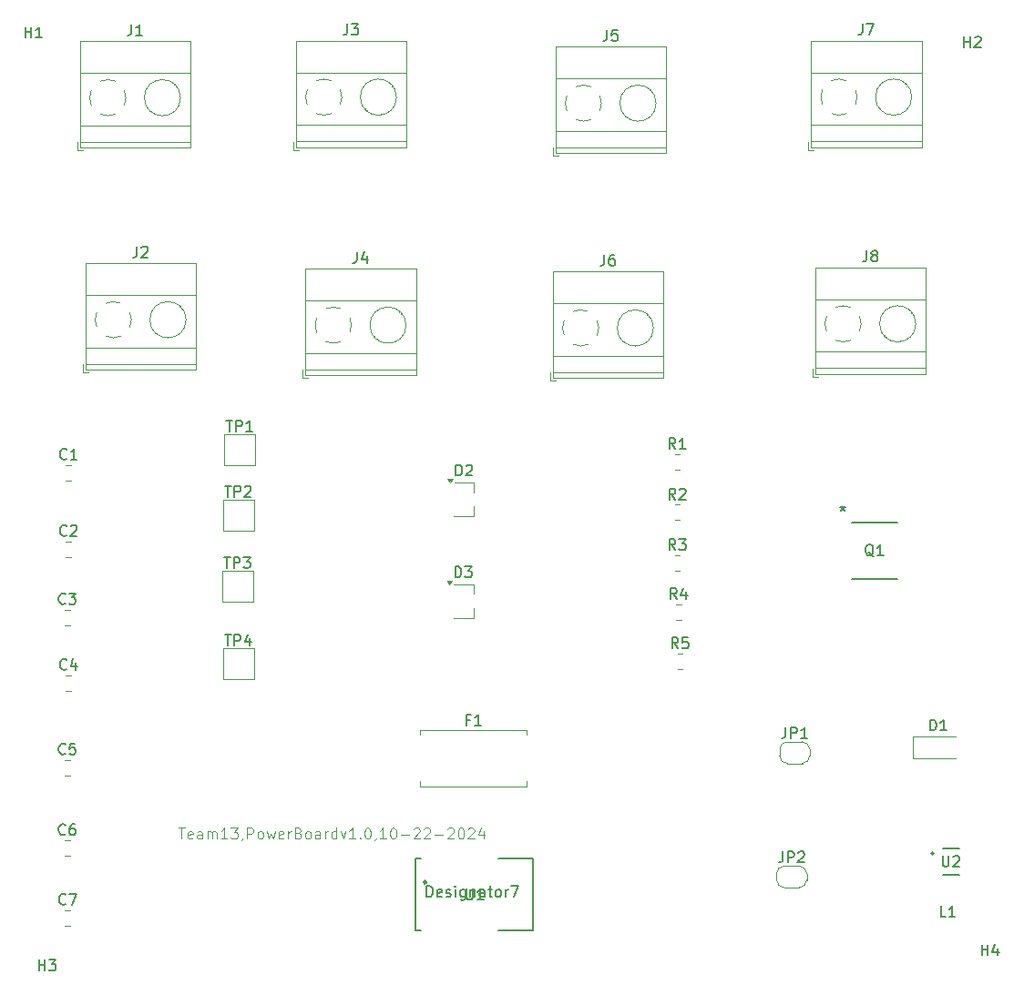
<source format=gbr>
G04 #@! TF.GenerationSoftware,KiCad,Pcbnew,8.0.4*
G04 #@! TF.CreationDate,2024-10-22T20:33:19-05:00*
G04 #@! TF.ProjectId,PCB_split,5043425f-7370-46c6-9974-2e6b69636164,rev?*
G04 #@! TF.SameCoordinates,Original*
G04 #@! TF.FileFunction,Legend,Top*
G04 #@! TF.FilePolarity,Positive*
%FSLAX46Y46*%
G04 Gerber Fmt 4.6, Leading zero omitted, Abs format (unit mm)*
G04 Created by KiCad (PCBNEW 8.0.4) date 2024-10-22 20:33:19*
%MOMM*%
%LPD*%
G01*
G04 APERTURE LIST*
%ADD10C,0.100000*%
%ADD11C,0.150000*%
%ADD12C,0.120000*%
%ADD13C,0.152400*%
%ADD14C,0.200000*%
%ADD15C,0.250000*%
G04 APERTURE END LIST*
D10*
X106841027Y-109870419D02*
X107412455Y-109870419D01*
X107126741Y-110870419D02*
X107126741Y-109870419D01*
X108126741Y-110822800D02*
X108031503Y-110870419D01*
X108031503Y-110870419D02*
X107841027Y-110870419D01*
X107841027Y-110870419D02*
X107745789Y-110822800D01*
X107745789Y-110822800D02*
X107698170Y-110727561D01*
X107698170Y-110727561D02*
X107698170Y-110346609D01*
X107698170Y-110346609D02*
X107745789Y-110251371D01*
X107745789Y-110251371D02*
X107841027Y-110203752D01*
X107841027Y-110203752D02*
X108031503Y-110203752D01*
X108031503Y-110203752D02*
X108126741Y-110251371D01*
X108126741Y-110251371D02*
X108174360Y-110346609D01*
X108174360Y-110346609D02*
X108174360Y-110441847D01*
X108174360Y-110441847D02*
X107698170Y-110537085D01*
X109031503Y-110870419D02*
X109031503Y-110346609D01*
X109031503Y-110346609D02*
X108983884Y-110251371D01*
X108983884Y-110251371D02*
X108888646Y-110203752D01*
X108888646Y-110203752D02*
X108698170Y-110203752D01*
X108698170Y-110203752D02*
X108602932Y-110251371D01*
X109031503Y-110822800D02*
X108936265Y-110870419D01*
X108936265Y-110870419D02*
X108698170Y-110870419D01*
X108698170Y-110870419D02*
X108602932Y-110822800D01*
X108602932Y-110822800D02*
X108555313Y-110727561D01*
X108555313Y-110727561D02*
X108555313Y-110632323D01*
X108555313Y-110632323D02*
X108602932Y-110537085D01*
X108602932Y-110537085D02*
X108698170Y-110489466D01*
X108698170Y-110489466D02*
X108936265Y-110489466D01*
X108936265Y-110489466D02*
X109031503Y-110441847D01*
X109507694Y-110870419D02*
X109507694Y-110203752D01*
X109507694Y-110298990D02*
X109555313Y-110251371D01*
X109555313Y-110251371D02*
X109650551Y-110203752D01*
X109650551Y-110203752D02*
X109793408Y-110203752D01*
X109793408Y-110203752D02*
X109888646Y-110251371D01*
X109888646Y-110251371D02*
X109936265Y-110346609D01*
X109936265Y-110346609D02*
X109936265Y-110870419D01*
X109936265Y-110346609D02*
X109983884Y-110251371D01*
X109983884Y-110251371D02*
X110079122Y-110203752D01*
X110079122Y-110203752D02*
X110221979Y-110203752D01*
X110221979Y-110203752D02*
X110317218Y-110251371D01*
X110317218Y-110251371D02*
X110364837Y-110346609D01*
X110364837Y-110346609D02*
X110364837Y-110870419D01*
X111364836Y-110870419D02*
X110793408Y-110870419D01*
X111079122Y-110870419D02*
X111079122Y-109870419D01*
X111079122Y-109870419D02*
X110983884Y-110013276D01*
X110983884Y-110013276D02*
X110888646Y-110108514D01*
X110888646Y-110108514D02*
X110793408Y-110156133D01*
X111698170Y-109870419D02*
X112317217Y-109870419D01*
X112317217Y-109870419D02*
X111983884Y-110251371D01*
X111983884Y-110251371D02*
X112126741Y-110251371D01*
X112126741Y-110251371D02*
X112221979Y-110298990D01*
X112221979Y-110298990D02*
X112269598Y-110346609D01*
X112269598Y-110346609D02*
X112317217Y-110441847D01*
X112317217Y-110441847D02*
X112317217Y-110679942D01*
X112317217Y-110679942D02*
X112269598Y-110775180D01*
X112269598Y-110775180D02*
X112221979Y-110822800D01*
X112221979Y-110822800D02*
X112126741Y-110870419D01*
X112126741Y-110870419D02*
X111841027Y-110870419D01*
X111841027Y-110870419D02*
X111745789Y-110822800D01*
X111745789Y-110822800D02*
X111698170Y-110775180D01*
X112793408Y-110822800D02*
X112793408Y-110870419D01*
X112793408Y-110870419D02*
X112745789Y-110965657D01*
X112745789Y-110965657D02*
X112698170Y-111013276D01*
X113221979Y-110870419D02*
X113221979Y-109870419D01*
X113221979Y-109870419D02*
X113602931Y-109870419D01*
X113602931Y-109870419D02*
X113698169Y-109918038D01*
X113698169Y-109918038D02*
X113745788Y-109965657D01*
X113745788Y-109965657D02*
X113793407Y-110060895D01*
X113793407Y-110060895D02*
X113793407Y-110203752D01*
X113793407Y-110203752D02*
X113745788Y-110298990D01*
X113745788Y-110298990D02*
X113698169Y-110346609D01*
X113698169Y-110346609D02*
X113602931Y-110394228D01*
X113602931Y-110394228D02*
X113221979Y-110394228D01*
X114364836Y-110870419D02*
X114269598Y-110822800D01*
X114269598Y-110822800D02*
X114221979Y-110775180D01*
X114221979Y-110775180D02*
X114174360Y-110679942D01*
X114174360Y-110679942D02*
X114174360Y-110394228D01*
X114174360Y-110394228D02*
X114221979Y-110298990D01*
X114221979Y-110298990D02*
X114269598Y-110251371D01*
X114269598Y-110251371D02*
X114364836Y-110203752D01*
X114364836Y-110203752D02*
X114507693Y-110203752D01*
X114507693Y-110203752D02*
X114602931Y-110251371D01*
X114602931Y-110251371D02*
X114650550Y-110298990D01*
X114650550Y-110298990D02*
X114698169Y-110394228D01*
X114698169Y-110394228D02*
X114698169Y-110679942D01*
X114698169Y-110679942D02*
X114650550Y-110775180D01*
X114650550Y-110775180D02*
X114602931Y-110822800D01*
X114602931Y-110822800D02*
X114507693Y-110870419D01*
X114507693Y-110870419D02*
X114364836Y-110870419D01*
X115031503Y-110203752D02*
X115221979Y-110870419D01*
X115221979Y-110870419D02*
X115412455Y-110394228D01*
X115412455Y-110394228D02*
X115602931Y-110870419D01*
X115602931Y-110870419D02*
X115793407Y-110203752D01*
X116555312Y-110822800D02*
X116460074Y-110870419D01*
X116460074Y-110870419D02*
X116269598Y-110870419D01*
X116269598Y-110870419D02*
X116174360Y-110822800D01*
X116174360Y-110822800D02*
X116126741Y-110727561D01*
X116126741Y-110727561D02*
X116126741Y-110346609D01*
X116126741Y-110346609D02*
X116174360Y-110251371D01*
X116174360Y-110251371D02*
X116269598Y-110203752D01*
X116269598Y-110203752D02*
X116460074Y-110203752D01*
X116460074Y-110203752D02*
X116555312Y-110251371D01*
X116555312Y-110251371D02*
X116602931Y-110346609D01*
X116602931Y-110346609D02*
X116602931Y-110441847D01*
X116602931Y-110441847D02*
X116126741Y-110537085D01*
X117031503Y-110870419D02*
X117031503Y-110203752D01*
X117031503Y-110394228D02*
X117079122Y-110298990D01*
X117079122Y-110298990D02*
X117126741Y-110251371D01*
X117126741Y-110251371D02*
X117221979Y-110203752D01*
X117221979Y-110203752D02*
X117317217Y-110203752D01*
X117983884Y-110346609D02*
X118126741Y-110394228D01*
X118126741Y-110394228D02*
X118174360Y-110441847D01*
X118174360Y-110441847D02*
X118221979Y-110537085D01*
X118221979Y-110537085D02*
X118221979Y-110679942D01*
X118221979Y-110679942D02*
X118174360Y-110775180D01*
X118174360Y-110775180D02*
X118126741Y-110822800D01*
X118126741Y-110822800D02*
X118031503Y-110870419D01*
X118031503Y-110870419D02*
X117650551Y-110870419D01*
X117650551Y-110870419D02*
X117650551Y-109870419D01*
X117650551Y-109870419D02*
X117983884Y-109870419D01*
X117983884Y-109870419D02*
X118079122Y-109918038D01*
X118079122Y-109918038D02*
X118126741Y-109965657D01*
X118126741Y-109965657D02*
X118174360Y-110060895D01*
X118174360Y-110060895D02*
X118174360Y-110156133D01*
X118174360Y-110156133D02*
X118126741Y-110251371D01*
X118126741Y-110251371D02*
X118079122Y-110298990D01*
X118079122Y-110298990D02*
X117983884Y-110346609D01*
X117983884Y-110346609D02*
X117650551Y-110346609D01*
X118793408Y-110870419D02*
X118698170Y-110822800D01*
X118698170Y-110822800D02*
X118650551Y-110775180D01*
X118650551Y-110775180D02*
X118602932Y-110679942D01*
X118602932Y-110679942D02*
X118602932Y-110394228D01*
X118602932Y-110394228D02*
X118650551Y-110298990D01*
X118650551Y-110298990D02*
X118698170Y-110251371D01*
X118698170Y-110251371D02*
X118793408Y-110203752D01*
X118793408Y-110203752D02*
X118936265Y-110203752D01*
X118936265Y-110203752D02*
X119031503Y-110251371D01*
X119031503Y-110251371D02*
X119079122Y-110298990D01*
X119079122Y-110298990D02*
X119126741Y-110394228D01*
X119126741Y-110394228D02*
X119126741Y-110679942D01*
X119126741Y-110679942D02*
X119079122Y-110775180D01*
X119079122Y-110775180D02*
X119031503Y-110822800D01*
X119031503Y-110822800D02*
X118936265Y-110870419D01*
X118936265Y-110870419D02*
X118793408Y-110870419D01*
X119983884Y-110870419D02*
X119983884Y-110346609D01*
X119983884Y-110346609D02*
X119936265Y-110251371D01*
X119936265Y-110251371D02*
X119841027Y-110203752D01*
X119841027Y-110203752D02*
X119650551Y-110203752D01*
X119650551Y-110203752D02*
X119555313Y-110251371D01*
X119983884Y-110822800D02*
X119888646Y-110870419D01*
X119888646Y-110870419D02*
X119650551Y-110870419D01*
X119650551Y-110870419D02*
X119555313Y-110822800D01*
X119555313Y-110822800D02*
X119507694Y-110727561D01*
X119507694Y-110727561D02*
X119507694Y-110632323D01*
X119507694Y-110632323D02*
X119555313Y-110537085D01*
X119555313Y-110537085D02*
X119650551Y-110489466D01*
X119650551Y-110489466D02*
X119888646Y-110489466D01*
X119888646Y-110489466D02*
X119983884Y-110441847D01*
X120460075Y-110870419D02*
X120460075Y-110203752D01*
X120460075Y-110394228D02*
X120507694Y-110298990D01*
X120507694Y-110298990D02*
X120555313Y-110251371D01*
X120555313Y-110251371D02*
X120650551Y-110203752D01*
X120650551Y-110203752D02*
X120745789Y-110203752D01*
X121507694Y-110870419D02*
X121507694Y-109870419D01*
X121507694Y-110822800D02*
X121412456Y-110870419D01*
X121412456Y-110870419D02*
X121221980Y-110870419D01*
X121221980Y-110870419D02*
X121126742Y-110822800D01*
X121126742Y-110822800D02*
X121079123Y-110775180D01*
X121079123Y-110775180D02*
X121031504Y-110679942D01*
X121031504Y-110679942D02*
X121031504Y-110394228D01*
X121031504Y-110394228D02*
X121079123Y-110298990D01*
X121079123Y-110298990D02*
X121126742Y-110251371D01*
X121126742Y-110251371D02*
X121221980Y-110203752D01*
X121221980Y-110203752D02*
X121412456Y-110203752D01*
X121412456Y-110203752D02*
X121507694Y-110251371D01*
X121888647Y-110203752D02*
X122126742Y-110870419D01*
X122126742Y-110870419D02*
X122364837Y-110203752D01*
X123269599Y-110870419D02*
X122698171Y-110870419D01*
X122983885Y-110870419D02*
X122983885Y-109870419D01*
X122983885Y-109870419D02*
X122888647Y-110013276D01*
X122888647Y-110013276D02*
X122793409Y-110108514D01*
X122793409Y-110108514D02*
X122698171Y-110156133D01*
X123698171Y-110775180D02*
X123745790Y-110822800D01*
X123745790Y-110822800D02*
X123698171Y-110870419D01*
X123698171Y-110870419D02*
X123650552Y-110822800D01*
X123650552Y-110822800D02*
X123698171Y-110775180D01*
X123698171Y-110775180D02*
X123698171Y-110870419D01*
X124364837Y-109870419D02*
X124460075Y-109870419D01*
X124460075Y-109870419D02*
X124555313Y-109918038D01*
X124555313Y-109918038D02*
X124602932Y-109965657D01*
X124602932Y-109965657D02*
X124650551Y-110060895D01*
X124650551Y-110060895D02*
X124698170Y-110251371D01*
X124698170Y-110251371D02*
X124698170Y-110489466D01*
X124698170Y-110489466D02*
X124650551Y-110679942D01*
X124650551Y-110679942D02*
X124602932Y-110775180D01*
X124602932Y-110775180D02*
X124555313Y-110822800D01*
X124555313Y-110822800D02*
X124460075Y-110870419D01*
X124460075Y-110870419D02*
X124364837Y-110870419D01*
X124364837Y-110870419D02*
X124269599Y-110822800D01*
X124269599Y-110822800D02*
X124221980Y-110775180D01*
X124221980Y-110775180D02*
X124174361Y-110679942D01*
X124174361Y-110679942D02*
X124126742Y-110489466D01*
X124126742Y-110489466D02*
X124126742Y-110251371D01*
X124126742Y-110251371D02*
X124174361Y-110060895D01*
X124174361Y-110060895D02*
X124221980Y-109965657D01*
X124221980Y-109965657D02*
X124269599Y-109918038D01*
X124269599Y-109918038D02*
X124364837Y-109870419D01*
X125174361Y-110822800D02*
X125174361Y-110870419D01*
X125174361Y-110870419D02*
X125126742Y-110965657D01*
X125126742Y-110965657D02*
X125079123Y-111013276D01*
X126126741Y-110870419D02*
X125555313Y-110870419D01*
X125841027Y-110870419D02*
X125841027Y-109870419D01*
X125841027Y-109870419D02*
X125745789Y-110013276D01*
X125745789Y-110013276D02*
X125650551Y-110108514D01*
X125650551Y-110108514D02*
X125555313Y-110156133D01*
X126745789Y-109870419D02*
X126841027Y-109870419D01*
X126841027Y-109870419D02*
X126936265Y-109918038D01*
X126936265Y-109918038D02*
X126983884Y-109965657D01*
X126983884Y-109965657D02*
X127031503Y-110060895D01*
X127031503Y-110060895D02*
X127079122Y-110251371D01*
X127079122Y-110251371D02*
X127079122Y-110489466D01*
X127079122Y-110489466D02*
X127031503Y-110679942D01*
X127031503Y-110679942D02*
X126983884Y-110775180D01*
X126983884Y-110775180D02*
X126936265Y-110822800D01*
X126936265Y-110822800D02*
X126841027Y-110870419D01*
X126841027Y-110870419D02*
X126745789Y-110870419D01*
X126745789Y-110870419D02*
X126650551Y-110822800D01*
X126650551Y-110822800D02*
X126602932Y-110775180D01*
X126602932Y-110775180D02*
X126555313Y-110679942D01*
X126555313Y-110679942D02*
X126507694Y-110489466D01*
X126507694Y-110489466D02*
X126507694Y-110251371D01*
X126507694Y-110251371D02*
X126555313Y-110060895D01*
X126555313Y-110060895D02*
X126602932Y-109965657D01*
X126602932Y-109965657D02*
X126650551Y-109918038D01*
X126650551Y-109918038D02*
X126745789Y-109870419D01*
X127507694Y-110489466D02*
X128269599Y-110489466D01*
X128698170Y-109965657D02*
X128745789Y-109918038D01*
X128745789Y-109918038D02*
X128841027Y-109870419D01*
X128841027Y-109870419D02*
X129079122Y-109870419D01*
X129079122Y-109870419D02*
X129174360Y-109918038D01*
X129174360Y-109918038D02*
X129221979Y-109965657D01*
X129221979Y-109965657D02*
X129269598Y-110060895D01*
X129269598Y-110060895D02*
X129269598Y-110156133D01*
X129269598Y-110156133D02*
X129221979Y-110298990D01*
X129221979Y-110298990D02*
X128650551Y-110870419D01*
X128650551Y-110870419D02*
X129269598Y-110870419D01*
X129650551Y-109965657D02*
X129698170Y-109918038D01*
X129698170Y-109918038D02*
X129793408Y-109870419D01*
X129793408Y-109870419D02*
X130031503Y-109870419D01*
X130031503Y-109870419D02*
X130126741Y-109918038D01*
X130126741Y-109918038D02*
X130174360Y-109965657D01*
X130174360Y-109965657D02*
X130221979Y-110060895D01*
X130221979Y-110060895D02*
X130221979Y-110156133D01*
X130221979Y-110156133D02*
X130174360Y-110298990D01*
X130174360Y-110298990D02*
X129602932Y-110870419D01*
X129602932Y-110870419D02*
X130221979Y-110870419D01*
X130650551Y-110489466D02*
X131412456Y-110489466D01*
X131841027Y-109965657D02*
X131888646Y-109918038D01*
X131888646Y-109918038D02*
X131983884Y-109870419D01*
X131983884Y-109870419D02*
X132221979Y-109870419D01*
X132221979Y-109870419D02*
X132317217Y-109918038D01*
X132317217Y-109918038D02*
X132364836Y-109965657D01*
X132364836Y-109965657D02*
X132412455Y-110060895D01*
X132412455Y-110060895D02*
X132412455Y-110156133D01*
X132412455Y-110156133D02*
X132364836Y-110298990D01*
X132364836Y-110298990D02*
X131793408Y-110870419D01*
X131793408Y-110870419D02*
X132412455Y-110870419D01*
X133031503Y-109870419D02*
X133126741Y-109870419D01*
X133126741Y-109870419D02*
X133221979Y-109918038D01*
X133221979Y-109918038D02*
X133269598Y-109965657D01*
X133269598Y-109965657D02*
X133317217Y-110060895D01*
X133317217Y-110060895D02*
X133364836Y-110251371D01*
X133364836Y-110251371D02*
X133364836Y-110489466D01*
X133364836Y-110489466D02*
X133317217Y-110679942D01*
X133317217Y-110679942D02*
X133269598Y-110775180D01*
X133269598Y-110775180D02*
X133221979Y-110822800D01*
X133221979Y-110822800D02*
X133126741Y-110870419D01*
X133126741Y-110870419D02*
X133031503Y-110870419D01*
X133031503Y-110870419D02*
X132936265Y-110822800D01*
X132936265Y-110822800D02*
X132888646Y-110775180D01*
X132888646Y-110775180D02*
X132841027Y-110679942D01*
X132841027Y-110679942D02*
X132793408Y-110489466D01*
X132793408Y-110489466D02*
X132793408Y-110251371D01*
X132793408Y-110251371D02*
X132841027Y-110060895D01*
X132841027Y-110060895D02*
X132888646Y-109965657D01*
X132888646Y-109965657D02*
X132936265Y-109918038D01*
X132936265Y-109918038D02*
X133031503Y-109870419D01*
X133745789Y-109965657D02*
X133793408Y-109918038D01*
X133793408Y-109918038D02*
X133888646Y-109870419D01*
X133888646Y-109870419D02*
X134126741Y-109870419D01*
X134126741Y-109870419D02*
X134221979Y-109918038D01*
X134221979Y-109918038D02*
X134269598Y-109965657D01*
X134269598Y-109965657D02*
X134317217Y-110060895D01*
X134317217Y-110060895D02*
X134317217Y-110156133D01*
X134317217Y-110156133D02*
X134269598Y-110298990D01*
X134269598Y-110298990D02*
X133698170Y-110870419D01*
X133698170Y-110870419D02*
X134317217Y-110870419D01*
X135174360Y-110203752D02*
X135174360Y-110870419D01*
X134936265Y-109822800D02*
X134698170Y-110537085D01*
X134698170Y-110537085D02*
X135317217Y-110537085D01*
D11*
X96310333Y-102946580D02*
X96262714Y-102994200D01*
X96262714Y-102994200D02*
X96119857Y-103041819D01*
X96119857Y-103041819D02*
X96024619Y-103041819D01*
X96024619Y-103041819D02*
X95881762Y-102994200D01*
X95881762Y-102994200D02*
X95786524Y-102898961D01*
X95786524Y-102898961D02*
X95738905Y-102803723D01*
X95738905Y-102803723D02*
X95691286Y-102613247D01*
X95691286Y-102613247D02*
X95691286Y-102470390D01*
X95691286Y-102470390D02*
X95738905Y-102279914D01*
X95738905Y-102279914D02*
X95786524Y-102184676D01*
X95786524Y-102184676D02*
X95881762Y-102089438D01*
X95881762Y-102089438D02*
X96024619Y-102041819D01*
X96024619Y-102041819D02*
X96119857Y-102041819D01*
X96119857Y-102041819D02*
X96262714Y-102089438D01*
X96262714Y-102089438D02*
X96310333Y-102137057D01*
X97215095Y-102041819D02*
X96738905Y-102041819D01*
X96738905Y-102041819D02*
X96691286Y-102518009D01*
X96691286Y-102518009D02*
X96738905Y-102470390D01*
X96738905Y-102470390D02*
X96834143Y-102422771D01*
X96834143Y-102422771D02*
X97072238Y-102422771D01*
X97072238Y-102422771D02*
X97167476Y-102470390D01*
X97167476Y-102470390D02*
X97215095Y-102518009D01*
X97215095Y-102518009D02*
X97262714Y-102613247D01*
X97262714Y-102613247D02*
X97262714Y-102851342D01*
X97262714Y-102851342D02*
X97215095Y-102946580D01*
X97215095Y-102946580D02*
X97167476Y-102994200D01*
X97167476Y-102994200D02*
X97072238Y-103041819D01*
X97072238Y-103041819D02*
X96834143Y-103041819D01*
X96834143Y-103041819D02*
X96738905Y-102994200D01*
X96738905Y-102994200D02*
X96691286Y-102946580D01*
X162981666Y-112081819D02*
X162981666Y-112796104D01*
X162981666Y-112796104D02*
X162934047Y-112938961D01*
X162934047Y-112938961D02*
X162838809Y-113034200D01*
X162838809Y-113034200D02*
X162695952Y-113081819D01*
X162695952Y-113081819D02*
X162600714Y-113081819D01*
X163457857Y-113081819D02*
X163457857Y-112081819D01*
X163457857Y-112081819D02*
X163838809Y-112081819D01*
X163838809Y-112081819D02*
X163934047Y-112129438D01*
X163934047Y-112129438D02*
X163981666Y-112177057D01*
X163981666Y-112177057D02*
X164029285Y-112272295D01*
X164029285Y-112272295D02*
X164029285Y-112415152D01*
X164029285Y-112415152D02*
X163981666Y-112510390D01*
X163981666Y-112510390D02*
X163934047Y-112558009D01*
X163934047Y-112558009D02*
X163838809Y-112605628D01*
X163838809Y-112605628D02*
X163457857Y-112605628D01*
X164410238Y-112177057D02*
X164457857Y-112129438D01*
X164457857Y-112129438D02*
X164553095Y-112081819D01*
X164553095Y-112081819D02*
X164791190Y-112081819D01*
X164791190Y-112081819D02*
X164886428Y-112129438D01*
X164886428Y-112129438D02*
X164934047Y-112177057D01*
X164934047Y-112177057D02*
X164981666Y-112272295D01*
X164981666Y-112272295D02*
X164981666Y-112367533D01*
X164981666Y-112367533D02*
X164934047Y-112510390D01*
X164934047Y-112510390D02*
X164362619Y-113081819D01*
X164362619Y-113081819D02*
X164981666Y-113081819D01*
X96310333Y-110439580D02*
X96262714Y-110487200D01*
X96262714Y-110487200D02*
X96119857Y-110534819D01*
X96119857Y-110534819D02*
X96024619Y-110534819D01*
X96024619Y-110534819D02*
X95881762Y-110487200D01*
X95881762Y-110487200D02*
X95786524Y-110391961D01*
X95786524Y-110391961D02*
X95738905Y-110296723D01*
X95738905Y-110296723D02*
X95691286Y-110106247D01*
X95691286Y-110106247D02*
X95691286Y-109963390D01*
X95691286Y-109963390D02*
X95738905Y-109772914D01*
X95738905Y-109772914D02*
X95786524Y-109677676D01*
X95786524Y-109677676D02*
X95881762Y-109582438D01*
X95881762Y-109582438D02*
X96024619Y-109534819D01*
X96024619Y-109534819D02*
X96119857Y-109534819D01*
X96119857Y-109534819D02*
X96262714Y-109582438D01*
X96262714Y-109582438D02*
X96310333Y-109630057D01*
X97167476Y-109534819D02*
X96977000Y-109534819D01*
X96977000Y-109534819D02*
X96881762Y-109582438D01*
X96881762Y-109582438D02*
X96834143Y-109630057D01*
X96834143Y-109630057D02*
X96738905Y-109772914D01*
X96738905Y-109772914D02*
X96691286Y-109963390D01*
X96691286Y-109963390D02*
X96691286Y-110344342D01*
X96691286Y-110344342D02*
X96738905Y-110439580D01*
X96738905Y-110439580D02*
X96786524Y-110487200D01*
X96786524Y-110487200D02*
X96881762Y-110534819D01*
X96881762Y-110534819D02*
X97072238Y-110534819D01*
X97072238Y-110534819D02*
X97167476Y-110487200D01*
X97167476Y-110487200D02*
X97215095Y-110439580D01*
X97215095Y-110439580D02*
X97262714Y-110344342D01*
X97262714Y-110344342D02*
X97262714Y-110106247D01*
X97262714Y-110106247D02*
X97215095Y-110011009D01*
X97215095Y-110011009D02*
X97167476Y-109963390D01*
X97167476Y-109963390D02*
X97072238Y-109915771D01*
X97072238Y-109915771D02*
X96881762Y-109915771D01*
X96881762Y-109915771D02*
X96786524Y-109963390D01*
X96786524Y-109963390D02*
X96738905Y-110011009D01*
X96738905Y-110011009D02*
X96691286Y-110106247D01*
X96331833Y-116916580D02*
X96284214Y-116964200D01*
X96284214Y-116964200D02*
X96141357Y-117011819D01*
X96141357Y-117011819D02*
X96046119Y-117011819D01*
X96046119Y-117011819D02*
X95903262Y-116964200D01*
X95903262Y-116964200D02*
X95808024Y-116868961D01*
X95808024Y-116868961D02*
X95760405Y-116773723D01*
X95760405Y-116773723D02*
X95712786Y-116583247D01*
X95712786Y-116583247D02*
X95712786Y-116440390D01*
X95712786Y-116440390D02*
X95760405Y-116249914D01*
X95760405Y-116249914D02*
X95808024Y-116154676D01*
X95808024Y-116154676D02*
X95903262Y-116059438D01*
X95903262Y-116059438D02*
X96046119Y-116011819D01*
X96046119Y-116011819D02*
X96141357Y-116011819D01*
X96141357Y-116011819D02*
X96284214Y-116059438D01*
X96284214Y-116059438D02*
X96331833Y-116107057D01*
X96665167Y-116011819D02*
X97331833Y-116011819D01*
X97331833Y-116011819D02*
X96903262Y-117011819D01*
X96437333Y-95072580D02*
X96389714Y-95120200D01*
X96389714Y-95120200D02*
X96246857Y-95167819D01*
X96246857Y-95167819D02*
X96151619Y-95167819D01*
X96151619Y-95167819D02*
X96008762Y-95120200D01*
X96008762Y-95120200D02*
X95913524Y-95024961D01*
X95913524Y-95024961D02*
X95865905Y-94929723D01*
X95865905Y-94929723D02*
X95818286Y-94739247D01*
X95818286Y-94739247D02*
X95818286Y-94596390D01*
X95818286Y-94596390D02*
X95865905Y-94405914D01*
X95865905Y-94405914D02*
X95913524Y-94310676D01*
X95913524Y-94310676D02*
X96008762Y-94215438D01*
X96008762Y-94215438D02*
X96151619Y-94167819D01*
X96151619Y-94167819D02*
X96246857Y-94167819D01*
X96246857Y-94167819D02*
X96389714Y-94215438D01*
X96389714Y-94215438D02*
X96437333Y-94263057D01*
X97294476Y-94501152D02*
X97294476Y-95167819D01*
X97056381Y-94120200D02*
X96818286Y-94834485D01*
X96818286Y-94834485D02*
X97437333Y-94834485D01*
X153011333Y-79322819D02*
X152678000Y-78846628D01*
X152439905Y-79322819D02*
X152439905Y-78322819D01*
X152439905Y-78322819D02*
X152820857Y-78322819D01*
X152820857Y-78322819D02*
X152916095Y-78370438D01*
X152916095Y-78370438D02*
X152963714Y-78418057D01*
X152963714Y-78418057D02*
X153011333Y-78513295D01*
X153011333Y-78513295D02*
X153011333Y-78656152D01*
X153011333Y-78656152D02*
X152963714Y-78751390D01*
X152963714Y-78751390D02*
X152916095Y-78799009D01*
X152916095Y-78799009D02*
X152820857Y-78846628D01*
X152820857Y-78846628D02*
X152439905Y-78846628D01*
X153392286Y-78418057D02*
X153439905Y-78370438D01*
X153439905Y-78370438D02*
X153535143Y-78322819D01*
X153535143Y-78322819D02*
X153773238Y-78322819D01*
X153773238Y-78322819D02*
X153868476Y-78370438D01*
X153868476Y-78370438D02*
X153916095Y-78418057D01*
X153916095Y-78418057D02*
X153963714Y-78513295D01*
X153963714Y-78513295D02*
X153963714Y-78608533D01*
X153963714Y-78608533D02*
X153916095Y-78751390D01*
X153916095Y-78751390D02*
X153344667Y-79322819D01*
X153344667Y-79322819D02*
X153963714Y-79322819D01*
X181483095Y-121730819D02*
X181483095Y-120730819D01*
X181483095Y-121207009D02*
X182054523Y-121207009D01*
X182054523Y-121730819D02*
X182054523Y-120730819D01*
X182959285Y-121064152D02*
X182959285Y-121730819D01*
X182721190Y-120683200D02*
X182483095Y-121397485D01*
X182483095Y-121397485D02*
X183102142Y-121397485D01*
X146408816Y-56567819D02*
X146408816Y-57282104D01*
X146408816Y-57282104D02*
X146361197Y-57424961D01*
X146361197Y-57424961D02*
X146265959Y-57520200D01*
X146265959Y-57520200D02*
X146123102Y-57567819D01*
X146123102Y-57567819D02*
X146027864Y-57567819D01*
X147313578Y-56567819D02*
X147123102Y-56567819D01*
X147123102Y-56567819D02*
X147027864Y-56615438D01*
X147027864Y-56615438D02*
X146980245Y-56663057D01*
X146980245Y-56663057D02*
X146885007Y-56805914D01*
X146885007Y-56805914D02*
X146837388Y-56996390D01*
X146837388Y-56996390D02*
X146837388Y-57377342D01*
X146837388Y-57377342D02*
X146885007Y-57472580D01*
X146885007Y-57472580D02*
X146932626Y-57520200D01*
X146932626Y-57520200D02*
X147027864Y-57567819D01*
X147027864Y-57567819D02*
X147218340Y-57567819D01*
X147218340Y-57567819D02*
X147313578Y-57520200D01*
X147313578Y-57520200D02*
X147361197Y-57472580D01*
X147361197Y-57472580D02*
X147408816Y-57377342D01*
X147408816Y-57377342D02*
X147408816Y-57139247D01*
X147408816Y-57139247D02*
X147361197Y-57044009D01*
X147361197Y-57044009D02*
X147313578Y-56996390D01*
X147313578Y-56996390D02*
X147218340Y-56948771D01*
X147218340Y-56948771D02*
X147027864Y-56948771D01*
X147027864Y-56948771D02*
X146932626Y-56996390D01*
X146932626Y-56996390D02*
X146885007Y-57044009D01*
X146885007Y-57044009D02*
X146837388Y-57139247D01*
X111133095Y-91921819D02*
X111704523Y-91921819D01*
X111418809Y-92921819D02*
X111418809Y-91921819D01*
X112037857Y-92921819D02*
X112037857Y-91921819D01*
X112037857Y-91921819D02*
X112418809Y-91921819D01*
X112418809Y-91921819D02*
X112514047Y-91969438D01*
X112514047Y-91969438D02*
X112561666Y-92017057D01*
X112561666Y-92017057D02*
X112609285Y-92112295D01*
X112609285Y-92112295D02*
X112609285Y-92255152D01*
X112609285Y-92255152D02*
X112561666Y-92350390D01*
X112561666Y-92350390D02*
X112514047Y-92398009D01*
X112514047Y-92398009D02*
X112418809Y-92445628D01*
X112418809Y-92445628D02*
X112037857Y-92445628D01*
X113466428Y-92255152D02*
X113466428Y-92921819D01*
X113228333Y-91874200D02*
X112990238Y-92588485D01*
X112990238Y-92588485D02*
X113609285Y-92588485D01*
X96437333Y-75514580D02*
X96389714Y-75562200D01*
X96389714Y-75562200D02*
X96246857Y-75609819D01*
X96246857Y-75609819D02*
X96151619Y-75609819D01*
X96151619Y-75609819D02*
X96008762Y-75562200D01*
X96008762Y-75562200D02*
X95913524Y-75466961D01*
X95913524Y-75466961D02*
X95865905Y-75371723D01*
X95865905Y-75371723D02*
X95818286Y-75181247D01*
X95818286Y-75181247D02*
X95818286Y-75038390D01*
X95818286Y-75038390D02*
X95865905Y-74847914D01*
X95865905Y-74847914D02*
X95913524Y-74752676D01*
X95913524Y-74752676D02*
X96008762Y-74657438D01*
X96008762Y-74657438D02*
X96151619Y-74609819D01*
X96151619Y-74609819D02*
X96246857Y-74609819D01*
X96246857Y-74609819D02*
X96389714Y-74657438D01*
X96389714Y-74657438D02*
X96437333Y-74705057D01*
X97389714Y-75609819D02*
X96818286Y-75609819D01*
X97104000Y-75609819D02*
X97104000Y-74609819D01*
X97104000Y-74609819D02*
X97008762Y-74752676D01*
X97008762Y-74752676D02*
X96913524Y-74847914D01*
X96913524Y-74847914D02*
X96818286Y-74895533D01*
X177842571Y-112461819D02*
X177842571Y-113271342D01*
X177842571Y-113271342D02*
X177890190Y-113366580D01*
X177890190Y-113366580D02*
X177937809Y-113414200D01*
X177937809Y-113414200D02*
X178033047Y-113461819D01*
X178033047Y-113461819D02*
X178223523Y-113461819D01*
X178223523Y-113461819D02*
X178318761Y-113414200D01*
X178318761Y-113414200D02*
X178366380Y-113366580D01*
X178366380Y-113366580D02*
X178413999Y-113271342D01*
X178413999Y-113271342D02*
X178413999Y-112461819D01*
X178842571Y-112557057D02*
X178890190Y-112509438D01*
X178890190Y-112509438D02*
X178985428Y-112461819D01*
X178985428Y-112461819D02*
X179223523Y-112461819D01*
X179223523Y-112461819D02*
X179318761Y-112509438D01*
X179318761Y-112509438D02*
X179366380Y-112557057D01*
X179366380Y-112557057D02*
X179413999Y-112652295D01*
X179413999Y-112652295D02*
X179413999Y-112747533D01*
X179413999Y-112747533D02*
X179366380Y-112890390D01*
X179366380Y-112890390D02*
X178794952Y-113461819D01*
X178794952Y-113461819D02*
X179413999Y-113461819D01*
X133604095Y-115532819D02*
X133604095Y-116342342D01*
X133604095Y-116342342D02*
X133651714Y-116437580D01*
X133651714Y-116437580D02*
X133699333Y-116485200D01*
X133699333Y-116485200D02*
X133794571Y-116532819D01*
X133794571Y-116532819D02*
X133985047Y-116532819D01*
X133985047Y-116532819D02*
X134080285Y-116485200D01*
X134080285Y-116485200D02*
X134127904Y-116437580D01*
X134127904Y-116437580D02*
X134175523Y-116342342D01*
X134175523Y-116342342D02*
X134175523Y-115532819D01*
X135175523Y-116532819D02*
X134604095Y-116532819D01*
X134889809Y-116532819D02*
X134889809Y-115532819D01*
X134889809Y-115532819D02*
X134794571Y-115675676D01*
X134794571Y-115675676D02*
X134699333Y-115770914D01*
X134699333Y-115770914D02*
X134604095Y-115818533D01*
X129897714Y-116278819D02*
X129897714Y-115278819D01*
X129897714Y-115278819D02*
X130135809Y-115278819D01*
X130135809Y-115278819D02*
X130278666Y-115326438D01*
X130278666Y-115326438D02*
X130373904Y-115421676D01*
X130373904Y-115421676D02*
X130421523Y-115516914D01*
X130421523Y-115516914D02*
X130469142Y-115707390D01*
X130469142Y-115707390D02*
X130469142Y-115850247D01*
X130469142Y-115850247D02*
X130421523Y-116040723D01*
X130421523Y-116040723D02*
X130373904Y-116135961D01*
X130373904Y-116135961D02*
X130278666Y-116231200D01*
X130278666Y-116231200D02*
X130135809Y-116278819D01*
X130135809Y-116278819D02*
X129897714Y-116278819D01*
X131278666Y-116231200D02*
X131183428Y-116278819D01*
X131183428Y-116278819D02*
X130992952Y-116278819D01*
X130992952Y-116278819D02*
X130897714Y-116231200D01*
X130897714Y-116231200D02*
X130850095Y-116135961D01*
X130850095Y-116135961D02*
X130850095Y-115755009D01*
X130850095Y-115755009D02*
X130897714Y-115659771D01*
X130897714Y-115659771D02*
X130992952Y-115612152D01*
X130992952Y-115612152D02*
X131183428Y-115612152D01*
X131183428Y-115612152D02*
X131278666Y-115659771D01*
X131278666Y-115659771D02*
X131326285Y-115755009D01*
X131326285Y-115755009D02*
X131326285Y-115850247D01*
X131326285Y-115850247D02*
X130850095Y-115945485D01*
X131707238Y-116231200D02*
X131802476Y-116278819D01*
X131802476Y-116278819D02*
X131992952Y-116278819D01*
X131992952Y-116278819D02*
X132088190Y-116231200D01*
X132088190Y-116231200D02*
X132135809Y-116135961D01*
X132135809Y-116135961D02*
X132135809Y-116088342D01*
X132135809Y-116088342D02*
X132088190Y-115993104D01*
X132088190Y-115993104D02*
X131992952Y-115945485D01*
X131992952Y-115945485D02*
X131850095Y-115945485D01*
X131850095Y-115945485D02*
X131754857Y-115897866D01*
X131754857Y-115897866D02*
X131707238Y-115802628D01*
X131707238Y-115802628D02*
X131707238Y-115755009D01*
X131707238Y-115755009D02*
X131754857Y-115659771D01*
X131754857Y-115659771D02*
X131850095Y-115612152D01*
X131850095Y-115612152D02*
X131992952Y-115612152D01*
X131992952Y-115612152D02*
X132088190Y-115659771D01*
X132564381Y-116278819D02*
X132564381Y-115612152D01*
X132564381Y-115278819D02*
X132516762Y-115326438D01*
X132516762Y-115326438D02*
X132564381Y-115374057D01*
X132564381Y-115374057D02*
X132612000Y-115326438D01*
X132612000Y-115326438D02*
X132564381Y-115278819D01*
X132564381Y-115278819D02*
X132564381Y-115374057D01*
X133469142Y-115612152D02*
X133469142Y-116421676D01*
X133469142Y-116421676D02*
X133421523Y-116516914D01*
X133421523Y-116516914D02*
X133373904Y-116564533D01*
X133373904Y-116564533D02*
X133278666Y-116612152D01*
X133278666Y-116612152D02*
X133135809Y-116612152D01*
X133135809Y-116612152D02*
X133040571Y-116564533D01*
X133469142Y-116231200D02*
X133373904Y-116278819D01*
X133373904Y-116278819D02*
X133183428Y-116278819D01*
X133183428Y-116278819D02*
X133088190Y-116231200D01*
X133088190Y-116231200D02*
X133040571Y-116183580D01*
X133040571Y-116183580D02*
X132992952Y-116088342D01*
X132992952Y-116088342D02*
X132992952Y-115802628D01*
X132992952Y-115802628D02*
X133040571Y-115707390D01*
X133040571Y-115707390D02*
X133088190Y-115659771D01*
X133088190Y-115659771D02*
X133183428Y-115612152D01*
X133183428Y-115612152D02*
X133373904Y-115612152D01*
X133373904Y-115612152D02*
X133469142Y-115659771D01*
X133945333Y-115612152D02*
X133945333Y-116278819D01*
X133945333Y-115707390D02*
X133992952Y-115659771D01*
X133992952Y-115659771D02*
X134088190Y-115612152D01*
X134088190Y-115612152D02*
X134231047Y-115612152D01*
X134231047Y-115612152D02*
X134326285Y-115659771D01*
X134326285Y-115659771D02*
X134373904Y-115755009D01*
X134373904Y-115755009D02*
X134373904Y-116278819D01*
X135278666Y-116278819D02*
X135278666Y-115755009D01*
X135278666Y-115755009D02*
X135231047Y-115659771D01*
X135231047Y-115659771D02*
X135135809Y-115612152D01*
X135135809Y-115612152D02*
X134945333Y-115612152D01*
X134945333Y-115612152D02*
X134850095Y-115659771D01*
X135278666Y-116231200D02*
X135183428Y-116278819D01*
X135183428Y-116278819D02*
X134945333Y-116278819D01*
X134945333Y-116278819D02*
X134850095Y-116231200D01*
X134850095Y-116231200D02*
X134802476Y-116135961D01*
X134802476Y-116135961D02*
X134802476Y-116040723D01*
X134802476Y-116040723D02*
X134850095Y-115945485D01*
X134850095Y-115945485D02*
X134945333Y-115897866D01*
X134945333Y-115897866D02*
X135183428Y-115897866D01*
X135183428Y-115897866D02*
X135278666Y-115850247D01*
X135612000Y-115612152D02*
X135992952Y-115612152D01*
X135754857Y-115278819D02*
X135754857Y-116135961D01*
X135754857Y-116135961D02*
X135802476Y-116231200D01*
X135802476Y-116231200D02*
X135897714Y-116278819D01*
X135897714Y-116278819D02*
X135992952Y-116278819D01*
X136469143Y-116278819D02*
X136373905Y-116231200D01*
X136373905Y-116231200D02*
X136326286Y-116183580D01*
X136326286Y-116183580D02*
X136278667Y-116088342D01*
X136278667Y-116088342D02*
X136278667Y-115802628D01*
X136278667Y-115802628D02*
X136326286Y-115707390D01*
X136326286Y-115707390D02*
X136373905Y-115659771D01*
X136373905Y-115659771D02*
X136469143Y-115612152D01*
X136469143Y-115612152D02*
X136612000Y-115612152D01*
X136612000Y-115612152D02*
X136707238Y-115659771D01*
X136707238Y-115659771D02*
X136754857Y-115707390D01*
X136754857Y-115707390D02*
X136802476Y-115802628D01*
X136802476Y-115802628D02*
X136802476Y-116088342D01*
X136802476Y-116088342D02*
X136754857Y-116183580D01*
X136754857Y-116183580D02*
X136707238Y-116231200D01*
X136707238Y-116231200D02*
X136612000Y-116278819D01*
X136612000Y-116278819D02*
X136469143Y-116278819D01*
X137231048Y-116278819D02*
X137231048Y-115612152D01*
X137231048Y-115802628D02*
X137278667Y-115707390D01*
X137278667Y-115707390D02*
X137326286Y-115659771D01*
X137326286Y-115659771D02*
X137421524Y-115612152D01*
X137421524Y-115612152D02*
X137516762Y-115612152D01*
X137754858Y-115278819D02*
X138421524Y-115278819D01*
X138421524Y-115278819D02*
X137992953Y-116278819D01*
X179832095Y-37275819D02*
X179832095Y-36275819D01*
X179832095Y-36752009D02*
X180403523Y-36752009D01*
X180403523Y-37275819D02*
X180403523Y-36275819D01*
X180832095Y-36371057D02*
X180879714Y-36323438D01*
X180879714Y-36323438D02*
X180974952Y-36275819D01*
X180974952Y-36275819D02*
X181213047Y-36275819D01*
X181213047Y-36275819D02*
X181308285Y-36323438D01*
X181308285Y-36323438D02*
X181355904Y-36371057D01*
X181355904Y-36371057D02*
X181403523Y-36466295D01*
X181403523Y-36466295D02*
X181403523Y-36561533D01*
X181403523Y-36561533D02*
X181355904Y-36704390D01*
X181355904Y-36704390D02*
X180784476Y-37275819D01*
X180784476Y-37275819D02*
X181403523Y-37275819D01*
X170411816Y-35104819D02*
X170411816Y-35819104D01*
X170411816Y-35819104D02*
X170364197Y-35961961D01*
X170364197Y-35961961D02*
X170268959Y-36057200D01*
X170268959Y-36057200D02*
X170126102Y-36104819D01*
X170126102Y-36104819D02*
X170030864Y-36104819D01*
X170792769Y-35104819D02*
X171459435Y-35104819D01*
X171459435Y-35104819D02*
X171030864Y-36104819D01*
X163265666Y-100524819D02*
X163265666Y-101239104D01*
X163265666Y-101239104D02*
X163218047Y-101381961D01*
X163218047Y-101381961D02*
X163122809Y-101477200D01*
X163122809Y-101477200D02*
X162979952Y-101524819D01*
X162979952Y-101524819D02*
X162884714Y-101524819D01*
X163741857Y-101524819D02*
X163741857Y-100524819D01*
X163741857Y-100524819D02*
X164122809Y-100524819D01*
X164122809Y-100524819D02*
X164218047Y-100572438D01*
X164218047Y-100572438D02*
X164265666Y-100620057D01*
X164265666Y-100620057D02*
X164313285Y-100715295D01*
X164313285Y-100715295D02*
X164313285Y-100858152D01*
X164313285Y-100858152D02*
X164265666Y-100953390D01*
X164265666Y-100953390D02*
X164218047Y-101001009D01*
X164218047Y-101001009D02*
X164122809Y-101048628D01*
X164122809Y-101048628D02*
X163741857Y-101048628D01*
X165265666Y-101524819D02*
X164694238Y-101524819D01*
X164979952Y-101524819D02*
X164979952Y-100524819D01*
X164979952Y-100524819D02*
X164884714Y-100667676D01*
X164884714Y-100667676D02*
X164789476Y-100762914D01*
X164789476Y-100762914D02*
X164694238Y-100810533D01*
X123421816Y-56313819D02*
X123421816Y-57028104D01*
X123421816Y-57028104D02*
X123374197Y-57170961D01*
X123374197Y-57170961D02*
X123278959Y-57266200D01*
X123278959Y-57266200D02*
X123136102Y-57313819D01*
X123136102Y-57313819D02*
X123040864Y-57313819D01*
X124326578Y-56647152D02*
X124326578Y-57313819D01*
X124088483Y-56266200D02*
X123850388Y-56980485D01*
X123850388Y-56980485D02*
X124469435Y-56980485D01*
X133895666Y-99809009D02*
X133562333Y-99809009D01*
X133562333Y-100332819D02*
X133562333Y-99332819D01*
X133562333Y-99332819D02*
X134038523Y-99332819D01*
X134943285Y-100332819D02*
X134371857Y-100332819D01*
X134657571Y-100332819D02*
X134657571Y-99332819D01*
X134657571Y-99332819D02*
X134562333Y-99475676D01*
X134562333Y-99475676D02*
X134467095Y-99570914D01*
X134467095Y-99570914D02*
X134371857Y-99618533D01*
X102974816Y-55805819D02*
X102974816Y-56520104D01*
X102974816Y-56520104D02*
X102927197Y-56662961D01*
X102927197Y-56662961D02*
X102831959Y-56758200D01*
X102831959Y-56758200D02*
X102689102Y-56805819D01*
X102689102Y-56805819D02*
X102593864Y-56805819D01*
X103403388Y-55901057D02*
X103451007Y-55853438D01*
X103451007Y-55853438D02*
X103546245Y-55805819D01*
X103546245Y-55805819D02*
X103784340Y-55805819D01*
X103784340Y-55805819D02*
X103879578Y-55853438D01*
X103879578Y-55853438D02*
X103927197Y-55901057D01*
X103927197Y-55901057D02*
X103974816Y-55996295D01*
X103974816Y-55996295D02*
X103974816Y-56091533D01*
X103974816Y-56091533D02*
X103927197Y-56234390D01*
X103927197Y-56234390D02*
X103355769Y-56805819D01*
X103355769Y-56805819D02*
X103974816Y-56805819D01*
X153265333Y-93165819D02*
X152932000Y-92689628D01*
X152693905Y-93165819D02*
X152693905Y-92165819D01*
X152693905Y-92165819D02*
X153074857Y-92165819D01*
X153074857Y-92165819D02*
X153170095Y-92213438D01*
X153170095Y-92213438D02*
X153217714Y-92261057D01*
X153217714Y-92261057D02*
X153265333Y-92356295D01*
X153265333Y-92356295D02*
X153265333Y-92499152D01*
X153265333Y-92499152D02*
X153217714Y-92594390D01*
X153217714Y-92594390D02*
X153170095Y-92642009D01*
X153170095Y-92642009D02*
X153074857Y-92689628D01*
X153074857Y-92689628D02*
X152693905Y-92689628D01*
X154170095Y-92165819D02*
X153693905Y-92165819D01*
X153693905Y-92165819D02*
X153646286Y-92642009D01*
X153646286Y-92642009D02*
X153693905Y-92594390D01*
X153693905Y-92594390D02*
X153789143Y-92546771D01*
X153789143Y-92546771D02*
X154027238Y-92546771D01*
X154027238Y-92546771D02*
X154122476Y-92594390D01*
X154122476Y-92594390D02*
X154170095Y-92642009D01*
X154170095Y-92642009D02*
X154217714Y-92737247D01*
X154217714Y-92737247D02*
X154217714Y-92975342D01*
X154217714Y-92975342D02*
X154170095Y-93070580D01*
X154170095Y-93070580D02*
X154122476Y-93118200D01*
X154122476Y-93118200D02*
X154027238Y-93165819D01*
X154027238Y-93165819D02*
X153789143Y-93165819D01*
X153789143Y-93165819D02*
X153693905Y-93118200D01*
X153693905Y-93118200D02*
X153646286Y-93070580D01*
X132601055Y-77113819D02*
X132601055Y-76113819D01*
X132601055Y-76113819D02*
X132839150Y-76113819D01*
X132839150Y-76113819D02*
X132982007Y-76161438D01*
X132982007Y-76161438D02*
X133077245Y-76256676D01*
X133077245Y-76256676D02*
X133124864Y-76351914D01*
X133124864Y-76351914D02*
X133172483Y-76542390D01*
X133172483Y-76542390D02*
X133172483Y-76685247D01*
X133172483Y-76685247D02*
X133124864Y-76875723D01*
X133124864Y-76875723D02*
X133077245Y-76970961D01*
X133077245Y-76970961D02*
X132982007Y-77066200D01*
X132982007Y-77066200D02*
X132839150Y-77113819D01*
X132839150Y-77113819D02*
X132601055Y-77113819D01*
X133553436Y-76209057D02*
X133601055Y-76161438D01*
X133601055Y-76161438D02*
X133696293Y-76113819D01*
X133696293Y-76113819D02*
X133934388Y-76113819D01*
X133934388Y-76113819D02*
X134029626Y-76161438D01*
X134029626Y-76161438D02*
X134077245Y-76209057D01*
X134077245Y-76209057D02*
X134124864Y-76304295D01*
X134124864Y-76304295D02*
X134124864Y-76399533D01*
X134124864Y-76399533D02*
X134077245Y-76542390D01*
X134077245Y-76542390D02*
X133505817Y-77113819D01*
X133505817Y-77113819D02*
X134124864Y-77113819D01*
X146657816Y-35663819D02*
X146657816Y-36378104D01*
X146657816Y-36378104D02*
X146610197Y-36520961D01*
X146610197Y-36520961D02*
X146514959Y-36616200D01*
X146514959Y-36616200D02*
X146372102Y-36663819D01*
X146372102Y-36663819D02*
X146276864Y-36663819D01*
X147610197Y-35663819D02*
X147134007Y-35663819D01*
X147134007Y-35663819D02*
X147086388Y-36140009D01*
X147086388Y-36140009D02*
X147134007Y-36092390D01*
X147134007Y-36092390D02*
X147229245Y-36044771D01*
X147229245Y-36044771D02*
X147467340Y-36044771D01*
X147467340Y-36044771D02*
X147562578Y-36092390D01*
X147562578Y-36092390D02*
X147610197Y-36140009D01*
X147610197Y-36140009D02*
X147657816Y-36235247D01*
X147657816Y-36235247D02*
X147657816Y-36473342D01*
X147657816Y-36473342D02*
X147610197Y-36568580D01*
X147610197Y-36568580D02*
X147562578Y-36616200D01*
X147562578Y-36616200D02*
X147467340Y-36663819D01*
X147467340Y-36663819D02*
X147229245Y-36663819D01*
X147229245Y-36663819D02*
X147134007Y-36616200D01*
X147134007Y-36616200D02*
X147086388Y-36568580D01*
X153011333Y-74623819D02*
X152678000Y-74147628D01*
X152439905Y-74623819D02*
X152439905Y-73623819D01*
X152439905Y-73623819D02*
X152820857Y-73623819D01*
X152820857Y-73623819D02*
X152916095Y-73671438D01*
X152916095Y-73671438D02*
X152963714Y-73719057D01*
X152963714Y-73719057D02*
X153011333Y-73814295D01*
X153011333Y-73814295D02*
X153011333Y-73957152D01*
X153011333Y-73957152D02*
X152963714Y-74052390D01*
X152963714Y-74052390D02*
X152916095Y-74100009D01*
X152916095Y-74100009D02*
X152820857Y-74147628D01*
X152820857Y-74147628D02*
X152439905Y-74147628D01*
X153963714Y-74623819D02*
X153392286Y-74623819D01*
X153678000Y-74623819D02*
X153678000Y-73623819D01*
X153678000Y-73623819D02*
X153582762Y-73766676D01*
X153582762Y-73766676D02*
X153487524Y-73861914D01*
X153487524Y-73861914D02*
X153392286Y-73909533D01*
X171424611Y-84624057D02*
X171329373Y-84576438D01*
X171329373Y-84576438D02*
X171234135Y-84481200D01*
X171234135Y-84481200D02*
X171091278Y-84338342D01*
X171091278Y-84338342D02*
X170996040Y-84290723D01*
X170996040Y-84290723D02*
X170900802Y-84290723D01*
X170948421Y-84528819D02*
X170853183Y-84481200D01*
X170853183Y-84481200D02*
X170757945Y-84385961D01*
X170757945Y-84385961D02*
X170710326Y-84195485D01*
X170710326Y-84195485D02*
X170710326Y-83862152D01*
X170710326Y-83862152D02*
X170757945Y-83671676D01*
X170757945Y-83671676D02*
X170853183Y-83576438D01*
X170853183Y-83576438D02*
X170948421Y-83528819D01*
X170948421Y-83528819D02*
X171138897Y-83528819D01*
X171138897Y-83528819D02*
X171234135Y-83576438D01*
X171234135Y-83576438D02*
X171329373Y-83671676D01*
X171329373Y-83671676D02*
X171376992Y-83862152D01*
X171376992Y-83862152D02*
X171376992Y-84195485D01*
X171376992Y-84195485D02*
X171329373Y-84385961D01*
X171329373Y-84385961D02*
X171234135Y-84481200D01*
X171234135Y-84481200D02*
X171138897Y-84528819D01*
X171138897Y-84528819D02*
X170948421Y-84528819D01*
X172329373Y-84528819D02*
X171757945Y-84528819D01*
X172043659Y-84528819D02*
X172043659Y-83528819D01*
X172043659Y-83528819D02*
X171948421Y-83671676D01*
X171948421Y-83671676D02*
X171853183Y-83766914D01*
X171853183Y-83766914D02*
X171757945Y-83814533D01*
X168541700Y-79922019D02*
X168541700Y-80160114D01*
X168303605Y-80064876D02*
X168541700Y-80160114D01*
X168541700Y-80160114D02*
X168779795Y-80064876D01*
X168398843Y-80350590D02*
X168541700Y-80160114D01*
X168541700Y-80160114D02*
X168684557Y-80350590D01*
X168541700Y-79922019D02*
X168541700Y-80160114D01*
X168303605Y-80064876D02*
X168541700Y-80160114D01*
X168541700Y-80160114D02*
X168779795Y-80064876D01*
X168398843Y-80350590D02*
X168541700Y-80160114D01*
X168541700Y-80160114D02*
X168684557Y-80350590D01*
X111133095Y-78078819D02*
X111704523Y-78078819D01*
X111418809Y-79078819D02*
X111418809Y-78078819D01*
X112037857Y-79078819D02*
X112037857Y-78078819D01*
X112037857Y-78078819D02*
X112418809Y-78078819D01*
X112418809Y-78078819D02*
X112514047Y-78126438D01*
X112514047Y-78126438D02*
X112561666Y-78174057D01*
X112561666Y-78174057D02*
X112609285Y-78269295D01*
X112609285Y-78269295D02*
X112609285Y-78412152D01*
X112609285Y-78412152D02*
X112561666Y-78507390D01*
X112561666Y-78507390D02*
X112514047Y-78555009D01*
X112514047Y-78555009D02*
X112418809Y-78602628D01*
X112418809Y-78602628D02*
X112037857Y-78602628D01*
X112990238Y-78174057D02*
X113037857Y-78126438D01*
X113037857Y-78126438D02*
X113133095Y-78078819D01*
X113133095Y-78078819D02*
X113371190Y-78078819D01*
X113371190Y-78078819D02*
X113466428Y-78126438D01*
X113466428Y-78126438D02*
X113514047Y-78174057D01*
X113514047Y-78174057D02*
X113561666Y-78269295D01*
X113561666Y-78269295D02*
X113561666Y-78364533D01*
X113561666Y-78364533D02*
X113514047Y-78507390D01*
X113514047Y-78507390D02*
X112942619Y-79078819D01*
X112942619Y-79078819D02*
X113561666Y-79078819D01*
X176681905Y-100816819D02*
X176681905Y-99816819D01*
X176681905Y-99816819D02*
X176920000Y-99816819D01*
X176920000Y-99816819D02*
X177062857Y-99864438D01*
X177062857Y-99864438D02*
X177158095Y-99959676D01*
X177158095Y-99959676D02*
X177205714Y-100054914D01*
X177205714Y-100054914D02*
X177253333Y-100245390D01*
X177253333Y-100245390D02*
X177253333Y-100388247D01*
X177253333Y-100388247D02*
X177205714Y-100578723D01*
X177205714Y-100578723D02*
X177158095Y-100673961D01*
X177158095Y-100673961D02*
X177062857Y-100769200D01*
X177062857Y-100769200D02*
X176920000Y-100816819D01*
X176920000Y-100816819D02*
X176681905Y-100816819D01*
X178205714Y-100816819D02*
X177634286Y-100816819D01*
X177920000Y-100816819D02*
X177920000Y-99816819D01*
X177920000Y-99816819D02*
X177824762Y-99959676D01*
X177824762Y-99959676D02*
X177729524Y-100054914D01*
X177729524Y-100054914D02*
X177634286Y-100102533D01*
X96310333Y-88976580D02*
X96262714Y-89024200D01*
X96262714Y-89024200D02*
X96119857Y-89071819D01*
X96119857Y-89071819D02*
X96024619Y-89071819D01*
X96024619Y-89071819D02*
X95881762Y-89024200D01*
X95881762Y-89024200D02*
X95786524Y-88928961D01*
X95786524Y-88928961D02*
X95738905Y-88833723D01*
X95738905Y-88833723D02*
X95691286Y-88643247D01*
X95691286Y-88643247D02*
X95691286Y-88500390D01*
X95691286Y-88500390D02*
X95738905Y-88309914D01*
X95738905Y-88309914D02*
X95786524Y-88214676D01*
X95786524Y-88214676D02*
X95881762Y-88119438D01*
X95881762Y-88119438D02*
X96024619Y-88071819D01*
X96024619Y-88071819D02*
X96119857Y-88071819D01*
X96119857Y-88071819D02*
X96262714Y-88119438D01*
X96262714Y-88119438D02*
X96310333Y-88167057D01*
X96643667Y-88071819D02*
X97262714Y-88071819D01*
X97262714Y-88071819D02*
X96929381Y-88452771D01*
X96929381Y-88452771D02*
X97072238Y-88452771D01*
X97072238Y-88452771D02*
X97167476Y-88500390D01*
X97167476Y-88500390D02*
X97215095Y-88548009D01*
X97215095Y-88548009D02*
X97262714Y-88643247D01*
X97262714Y-88643247D02*
X97262714Y-88881342D01*
X97262714Y-88881342D02*
X97215095Y-88976580D01*
X97215095Y-88976580D02*
X97167476Y-89024200D01*
X97167476Y-89024200D02*
X97072238Y-89071819D01*
X97072238Y-89071819D02*
X96786524Y-89071819D01*
X96786524Y-89071819D02*
X96691286Y-89024200D01*
X96691286Y-89024200D02*
X96643667Y-88976580D01*
X111260095Y-71982819D02*
X111831523Y-71982819D01*
X111545809Y-72982819D02*
X111545809Y-71982819D01*
X112164857Y-72982819D02*
X112164857Y-71982819D01*
X112164857Y-71982819D02*
X112545809Y-71982819D01*
X112545809Y-71982819D02*
X112641047Y-72030438D01*
X112641047Y-72030438D02*
X112688666Y-72078057D01*
X112688666Y-72078057D02*
X112736285Y-72173295D01*
X112736285Y-72173295D02*
X112736285Y-72316152D01*
X112736285Y-72316152D02*
X112688666Y-72411390D01*
X112688666Y-72411390D02*
X112641047Y-72459009D01*
X112641047Y-72459009D02*
X112545809Y-72506628D01*
X112545809Y-72506628D02*
X112164857Y-72506628D01*
X113688666Y-72982819D02*
X113117238Y-72982819D01*
X113402952Y-72982819D02*
X113402952Y-71982819D01*
X113402952Y-71982819D02*
X113307714Y-72125676D01*
X113307714Y-72125676D02*
X113212476Y-72220914D01*
X113212476Y-72220914D02*
X113117238Y-72268533D01*
X132552905Y-86577819D02*
X132552905Y-85577819D01*
X132552905Y-85577819D02*
X132791000Y-85577819D01*
X132791000Y-85577819D02*
X132933857Y-85625438D01*
X132933857Y-85625438D02*
X133029095Y-85720676D01*
X133029095Y-85720676D02*
X133076714Y-85815914D01*
X133076714Y-85815914D02*
X133124333Y-86006390D01*
X133124333Y-86006390D02*
X133124333Y-86149247D01*
X133124333Y-86149247D02*
X133076714Y-86339723D01*
X133076714Y-86339723D02*
X133029095Y-86434961D01*
X133029095Y-86434961D02*
X132933857Y-86530200D01*
X132933857Y-86530200D02*
X132791000Y-86577819D01*
X132791000Y-86577819D02*
X132552905Y-86577819D01*
X133457667Y-85577819D02*
X134076714Y-85577819D01*
X134076714Y-85577819D02*
X133743381Y-85958771D01*
X133743381Y-85958771D02*
X133886238Y-85958771D01*
X133886238Y-85958771D02*
X133981476Y-86006390D01*
X133981476Y-86006390D02*
X134029095Y-86054009D01*
X134029095Y-86054009D02*
X134076714Y-86149247D01*
X134076714Y-86149247D02*
X134076714Y-86387342D01*
X134076714Y-86387342D02*
X134029095Y-86482580D01*
X134029095Y-86482580D02*
X133981476Y-86530200D01*
X133981476Y-86530200D02*
X133886238Y-86577819D01*
X133886238Y-86577819D02*
X133600524Y-86577819D01*
X133600524Y-86577819D02*
X133505286Y-86530200D01*
X133505286Y-86530200D02*
X133457667Y-86482580D01*
X153138333Y-88593819D02*
X152805000Y-88117628D01*
X152566905Y-88593819D02*
X152566905Y-87593819D01*
X152566905Y-87593819D02*
X152947857Y-87593819D01*
X152947857Y-87593819D02*
X153043095Y-87641438D01*
X153043095Y-87641438D02*
X153090714Y-87689057D01*
X153090714Y-87689057D02*
X153138333Y-87784295D01*
X153138333Y-87784295D02*
X153138333Y-87927152D01*
X153138333Y-87927152D02*
X153090714Y-88022390D01*
X153090714Y-88022390D02*
X153043095Y-88070009D01*
X153043095Y-88070009D02*
X152947857Y-88117628D01*
X152947857Y-88117628D02*
X152566905Y-88117628D01*
X153995476Y-87927152D02*
X153995476Y-88593819D01*
X153757381Y-87546200D02*
X153519286Y-88260485D01*
X153519286Y-88260485D02*
X154138333Y-88260485D01*
X102461816Y-35155819D02*
X102461816Y-35870104D01*
X102461816Y-35870104D02*
X102414197Y-36012961D01*
X102414197Y-36012961D02*
X102318959Y-36108200D01*
X102318959Y-36108200D02*
X102176102Y-36155819D01*
X102176102Y-36155819D02*
X102080864Y-36155819D01*
X103461816Y-36155819D02*
X102890388Y-36155819D01*
X103176102Y-36155819D02*
X103176102Y-35155819D01*
X103176102Y-35155819D02*
X103080864Y-35298676D01*
X103080864Y-35298676D02*
X102985626Y-35393914D01*
X102985626Y-35393914D02*
X102890388Y-35441533D01*
X111063245Y-84704819D02*
X111634673Y-84704819D01*
X111348959Y-85704819D02*
X111348959Y-84704819D01*
X111968007Y-85704819D02*
X111968007Y-84704819D01*
X111968007Y-84704819D02*
X112348959Y-84704819D01*
X112348959Y-84704819D02*
X112444197Y-84752438D01*
X112444197Y-84752438D02*
X112491816Y-84800057D01*
X112491816Y-84800057D02*
X112539435Y-84895295D01*
X112539435Y-84895295D02*
X112539435Y-85038152D01*
X112539435Y-85038152D02*
X112491816Y-85133390D01*
X112491816Y-85133390D02*
X112444197Y-85181009D01*
X112444197Y-85181009D02*
X112348959Y-85228628D01*
X112348959Y-85228628D02*
X111968007Y-85228628D01*
X112872769Y-84704819D02*
X113491816Y-84704819D01*
X113491816Y-84704819D02*
X113158483Y-85085771D01*
X113158483Y-85085771D02*
X113301340Y-85085771D01*
X113301340Y-85085771D02*
X113396578Y-85133390D01*
X113396578Y-85133390D02*
X113444197Y-85181009D01*
X113444197Y-85181009D02*
X113491816Y-85276247D01*
X113491816Y-85276247D02*
X113491816Y-85514342D01*
X113491816Y-85514342D02*
X113444197Y-85609580D01*
X113444197Y-85609580D02*
X113396578Y-85657200D01*
X113396578Y-85657200D02*
X113301340Y-85704819D01*
X113301340Y-85704819D02*
X113015626Y-85704819D01*
X113015626Y-85704819D02*
X112920388Y-85657200D01*
X112920388Y-85657200D02*
X112872769Y-85609580D01*
X170792816Y-56186819D02*
X170792816Y-56901104D01*
X170792816Y-56901104D02*
X170745197Y-57043961D01*
X170745197Y-57043961D02*
X170649959Y-57139200D01*
X170649959Y-57139200D02*
X170507102Y-57186819D01*
X170507102Y-57186819D02*
X170411864Y-57186819D01*
X171411864Y-56615390D02*
X171316626Y-56567771D01*
X171316626Y-56567771D02*
X171269007Y-56520152D01*
X171269007Y-56520152D02*
X171221388Y-56424914D01*
X171221388Y-56424914D02*
X171221388Y-56377295D01*
X171221388Y-56377295D02*
X171269007Y-56282057D01*
X171269007Y-56282057D02*
X171316626Y-56234438D01*
X171316626Y-56234438D02*
X171411864Y-56186819D01*
X171411864Y-56186819D02*
X171602340Y-56186819D01*
X171602340Y-56186819D02*
X171697578Y-56234438D01*
X171697578Y-56234438D02*
X171745197Y-56282057D01*
X171745197Y-56282057D02*
X171792816Y-56377295D01*
X171792816Y-56377295D02*
X171792816Y-56424914D01*
X171792816Y-56424914D02*
X171745197Y-56520152D01*
X171745197Y-56520152D02*
X171697578Y-56567771D01*
X171697578Y-56567771D02*
X171602340Y-56615390D01*
X171602340Y-56615390D02*
X171411864Y-56615390D01*
X171411864Y-56615390D02*
X171316626Y-56663009D01*
X171316626Y-56663009D02*
X171269007Y-56710628D01*
X171269007Y-56710628D02*
X171221388Y-56805866D01*
X171221388Y-56805866D02*
X171221388Y-56996342D01*
X171221388Y-56996342D02*
X171269007Y-57091580D01*
X171269007Y-57091580D02*
X171316626Y-57139200D01*
X171316626Y-57139200D02*
X171411864Y-57186819D01*
X171411864Y-57186819D02*
X171602340Y-57186819D01*
X171602340Y-57186819D02*
X171697578Y-57139200D01*
X171697578Y-57139200D02*
X171745197Y-57091580D01*
X171745197Y-57091580D02*
X171792816Y-56996342D01*
X171792816Y-56996342D02*
X171792816Y-56805866D01*
X171792816Y-56805866D02*
X171745197Y-56710628D01*
X171745197Y-56710628D02*
X171697578Y-56663009D01*
X171697578Y-56663009D02*
X171602340Y-56615390D01*
X122532816Y-35104819D02*
X122532816Y-35819104D01*
X122532816Y-35819104D02*
X122485197Y-35961961D01*
X122485197Y-35961961D02*
X122389959Y-36057200D01*
X122389959Y-36057200D02*
X122247102Y-36104819D01*
X122247102Y-36104819D02*
X122151864Y-36104819D01*
X122913769Y-35104819D02*
X123532816Y-35104819D01*
X123532816Y-35104819D02*
X123199483Y-35485771D01*
X123199483Y-35485771D02*
X123342340Y-35485771D01*
X123342340Y-35485771D02*
X123437578Y-35533390D01*
X123437578Y-35533390D02*
X123485197Y-35581009D01*
X123485197Y-35581009D02*
X123532816Y-35676247D01*
X123532816Y-35676247D02*
X123532816Y-35914342D01*
X123532816Y-35914342D02*
X123485197Y-36009580D01*
X123485197Y-36009580D02*
X123437578Y-36057200D01*
X123437578Y-36057200D02*
X123342340Y-36104819D01*
X123342340Y-36104819D02*
X123056626Y-36104819D01*
X123056626Y-36104819D02*
X122961388Y-36057200D01*
X122961388Y-36057200D02*
X122913769Y-36009580D01*
X153011333Y-84021819D02*
X152678000Y-83545628D01*
X152439905Y-84021819D02*
X152439905Y-83021819D01*
X152439905Y-83021819D02*
X152820857Y-83021819D01*
X152820857Y-83021819D02*
X152916095Y-83069438D01*
X152916095Y-83069438D02*
X152963714Y-83117057D01*
X152963714Y-83117057D02*
X153011333Y-83212295D01*
X153011333Y-83212295D02*
X153011333Y-83355152D01*
X153011333Y-83355152D02*
X152963714Y-83450390D01*
X152963714Y-83450390D02*
X152916095Y-83498009D01*
X152916095Y-83498009D02*
X152820857Y-83545628D01*
X152820857Y-83545628D02*
X152439905Y-83545628D01*
X153344667Y-83021819D02*
X153963714Y-83021819D01*
X153963714Y-83021819D02*
X153630381Y-83402771D01*
X153630381Y-83402771D02*
X153773238Y-83402771D01*
X153773238Y-83402771D02*
X153868476Y-83450390D01*
X153868476Y-83450390D02*
X153916095Y-83498009D01*
X153916095Y-83498009D02*
X153963714Y-83593247D01*
X153963714Y-83593247D02*
X153963714Y-83831342D01*
X153963714Y-83831342D02*
X153916095Y-83926580D01*
X153916095Y-83926580D02*
X153868476Y-83974200D01*
X153868476Y-83974200D02*
X153773238Y-84021819D01*
X153773238Y-84021819D02*
X153487524Y-84021819D01*
X153487524Y-84021819D02*
X153392286Y-83974200D01*
X153392286Y-83974200D02*
X153344667Y-83926580D01*
X178141333Y-118149819D02*
X177665143Y-118149819D01*
X177665143Y-118149819D02*
X177665143Y-117149819D01*
X178998476Y-118149819D02*
X178427048Y-118149819D01*
X178712762Y-118149819D02*
X178712762Y-117149819D01*
X178712762Y-117149819D02*
X178617524Y-117292676D01*
X178617524Y-117292676D02*
X178522286Y-117387914D01*
X178522286Y-117387914D02*
X178427048Y-117435533D01*
X96437333Y-82626580D02*
X96389714Y-82674200D01*
X96389714Y-82674200D02*
X96246857Y-82721819D01*
X96246857Y-82721819D02*
X96151619Y-82721819D01*
X96151619Y-82721819D02*
X96008762Y-82674200D01*
X96008762Y-82674200D02*
X95913524Y-82578961D01*
X95913524Y-82578961D02*
X95865905Y-82483723D01*
X95865905Y-82483723D02*
X95818286Y-82293247D01*
X95818286Y-82293247D02*
X95818286Y-82150390D01*
X95818286Y-82150390D02*
X95865905Y-81959914D01*
X95865905Y-81959914D02*
X95913524Y-81864676D01*
X95913524Y-81864676D02*
X96008762Y-81769438D01*
X96008762Y-81769438D02*
X96151619Y-81721819D01*
X96151619Y-81721819D02*
X96246857Y-81721819D01*
X96246857Y-81721819D02*
X96389714Y-81769438D01*
X96389714Y-81769438D02*
X96437333Y-81817057D01*
X96818286Y-81817057D02*
X96865905Y-81769438D01*
X96865905Y-81769438D02*
X96961143Y-81721819D01*
X96961143Y-81721819D02*
X97199238Y-81721819D01*
X97199238Y-81721819D02*
X97294476Y-81769438D01*
X97294476Y-81769438D02*
X97342095Y-81817057D01*
X97342095Y-81817057D02*
X97389714Y-81912295D01*
X97389714Y-81912295D02*
X97389714Y-82007533D01*
X97389714Y-82007533D02*
X97342095Y-82150390D01*
X97342095Y-82150390D02*
X96770667Y-82721819D01*
X96770667Y-82721819D02*
X97389714Y-82721819D01*
X92583095Y-36386819D02*
X92583095Y-35386819D01*
X92583095Y-35863009D02*
X93154523Y-35863009D01*
X93154523Y-36386819D02*
X93154523Y-35386819D01*
X94154523Y-36386819D02*
X93583095Y-36386819D01*
X93868809Y-36386819D02*
X93868809Y-35386819D01*
X93868809Y-35386819D02*
X93773571Y-35529676D01*
X93773571Y-35529676D02*
X93678333Y-35624914D01*
X93678333Y-35624914D02*
X93583095Y-35672533D01*
X93853095Y-123136819D02*
X93853095Y-122136819D01*
X93853095Y-122613009D02*
X94424523Y-122613009D01*
X94424523Y-123136819D02*
X94424523Y-122136819D01*
X94805476Y-122136819D02*
X95424523Y-122136819D01*
X95424523Y-122136819D02*
X95091190Y-122517771D01*
X95091190Y-122517771D02*
X95234047Y-122517771D01*
X95234047Y-122517771D02*
X95329285Y-122565390D01*
X95329285Y-122565390D02*
X95376904Y-122613009D01*
X95376904Y-122613009D02*
X95424523Y-122708247D01*
X95424523Y-122708247D02*
X95424523Y-122946342D01*
X95424523Y-122946342D02*
X95376904Y-123041580D01*
X95376904Y-123041580D02*
X95329285Y-123089200D01*
X95329285Y-123089200D02*
X95234047Y-123136819D01*
X95234047Y-123136819D02*
X94948333Y-123136819D01*
X94948333Y-123136819D02*
X94853095Y-123089200D01*
X94853095Y-123089200D02*
X94805476Y-123041580D01*
D12*
G04 #@! TO.C,C5*
X96215748Y-103532000D02*
X96738252Y-103532000D01*
X96215748Y-105002000D02*
X96738252Y-105002000D01*
G04 #@! TO.C,JP2*
X162415000Y-114727000D02*
X162415000Y-114127000D01*
X163115000Y-113427000D02*
X164515000Y-113427000D01*
X164515000Y-115427000D02*
X163115000Y-115427000D01*
X165215000Y-114127000D02*
X165215000Y-114727000D01*
X162415000Y-114127000D02*
G75*
G02*
X163115000Y-113427000I699999J1D01*
G01*
X163115000Y-115427000D02*
G75*
G02*
X162415000Y-114727000I-1J699999D01*
G01*
X164515000Y-113427000D02*
G75*
G02*
X165215000Y-114127000I0J-700000D01*
G01*
X165215000Y-114727000D02*
G75*
G02*
X164515000Y-115427000I-700000J0D01*
G01*
G04 #@! TO.C,C6*
X96215748Y-111025000D02*
X96738252Y-111025000D01*
X96215748Y-112495000D02*
X96738252Y-112495000D01*
G04 #@! TO.C,C7*
X96237248Y-117502000D02*
X96759752Y-117502000D01*
X96237248Y-118972000D02*
X96759752Y-118972000D01*
G04 #@! TO.C,C4*
X96342748Y-95658000D02*
X96865252Y-95658000D01*
X96342748Y-97128000D02*
X96865252Y-97128000D01*
G04 #@! TO.C,R2*
X152950936Y-79783000D02*
X153405064Y-79783000D01*
X152950936Y-81253000D02*
X153405064Y-81253000D01*
G04 #@! TO.C,J6*
X141362150Y-67533000D02*
X141362150Y-68273000D01*
X141362150Y-68273000D02*
X141862150Y-68273000D01*
X141602150Y-58112000D02*
X141602150Y-68033000D01*
X141602150Y-58112000D02*
X151882150Y-58112000D01*
X141602150Y-61072000D02*
X151882150Y-61072000D01*
X141602150Y-65973000D02*
X151882150Y-65973000D01*
X141602150Y-67473000D02*
X151882150Y-67473000D01*
X141602150Y-68033000D02*
X151882150Y-68033000D01*
X148055150Y-64396000D02*
X148008150Y-64442000D01*
X148248150Y-64612000D02*
X148213150Y-64647000D01*
X150352150Y-62098000D02*
X150317150Y-62134000D01*
X150557150Y-62304000D02*
X150510150Y-62350000D01*
X151882150Y-58112000D02*
X151882150Y-68033000D01*
X142666723Y-64056042D02*
G75*
G02*
X142667150Y-62689000I1535420J683041D01*
G01*
X143519108Y-61837573D02*
G75*
G02*
X144886150Y-61838000I683041J-1535420D01*
G01*
X144230955Y-65053253D02*
G75*
G02*
X143518150Y-64908000I-28806J1680254D01*
G01*
X144885468Y-64907756D02*
G75*
G02*
X144202150Y-65053000I-683318J1534756D01*
G01*
X145737577Y-62689958D02*
G75*
G02*
X145737150Y-64057000I-1535427J-683042D01*
G01*
X150962150Y-63373000D02*
G75*
G02*
X147602150Y-63373000I-1680000J0D01*
G01*
X147602150Y-63373000D02*
G75*
G02*
X150962150Y-63373000I1680000J0D01*
G01*
G04 #@! TO.C,TP4*
X110945000Y-93165000D02*
X113845000Y-93165000D01*
X110945000Y-96065000D02*
X110945000Y-93165000D01*
X113845000Y-93165000D02*
X113845000Y-96065000D01*
X113845000Y-96065000D02*
X110945000Y-96065000D01*
G04 #@! TO.C,C1*
X96342748Y-76100000D02*
X96865252Y-76100000D01*
X96342748Y-77570000D02*
X96865252Y-77570000D01*
D13*
G04 #@! TO.C,U2*
X177829776Y-114238900D02*
X179379176Y-114238900D01*
X179379176Y-111775100D02*
X177829776Y-111775100D01*
X176999450Y-112256811D02*
G75*
G02*
X176796250Y-112256811I-101600J0D01*
G01*
X176796250Y-112256811D02*
G75*
G02*
X176999450Y-112256811I101600J0D01*
G01*
D14*
G04 #@! TO.C,U1*
X128815996Y-112713000D02*
X129315997Y-112713000D01*
X128815996Y-119443000D02*
X128815996Y-112713000D01*
X128815996Y-119443000D02*
X129315997Y-119443000D01*
X136536001Y-112713000D02*
X139756004Y-112713000D01*
X136536001Y-119443000D02*
X139756004Y-119443000D01*
X139756004Y-119443000D02*
X139756004Y-112713000D01*
D15*
X129866001Y-114928000D02*
G75*
G02*
X129615999Y-114928000I-125001J0D01*
G01*
X129615999Y-114928000D02*
G75*
G02*
X129866001Y-114928000I125001J0D01*
G01*
D12*
G04 #@! TO.C,J7*
X174965150Y-41910000D02*
G75*
G02*
X171605150Y-41910000I-1680000J0D01*
G01*
X171605150Y-41910000D02*
G75*
G02*
X174965150Y-41910000I1680000J0D01*
G01*
X169740577Y-41226958D02*
G75*
G02*
X169740150Y-42594000I-1535427J-683042D01*
G01*
X168888468Y-43444756D02*
G75*
G02*
X168205150Y-43590000I-683318J1534756D01*
G01*
X168233955Y-43590253D02*
G75*
G02*
X167521150Y-43445000I-28806J1680254D01*
G01*
X167522108Y-40374573D02*
G75*
G02*
X168889150Y-40375000I683041J-1535420D01*
G01*
X166669723Y-42593042D02*
G75*
G02*
X166670150Y-41226000I1535420J683041D01*
G01*
X175885150Y-36649000D02*
X175885150Y-46570000D01*
X174560150Y-40841000D02*
X174513150Y-40887000D01*
X174355150Y-40635000D02*
X174320150Y-40671000D01*
X172251150Y-43149000D02*
X172216150Y-43184000D01*
X172058150Y-42933000D02*
X172011150Y-42979000D01*
X165605150Y-46570000D02*
X175885150Y-46570000D01*
X165605150Y-46010000D02*
X175885150Y-46010000D01*
X165605150Y-44510000D02*
X175885150Y-44510000D01*
X165605150Y-39609000D02*
X175885150Y-39609000D01*
X165605150Y-36649000D02*
X175885150Y-36649000D01*
X165605150Y-36649000D02*
X165605150Y-46570000D01*
X165365150Y-46810000D02*
X165865150Y-46810000D01*
X165365150Y-46070000D02*
X165365150Y-46810000D01*
G04 #@! TO.C,JP1*
X162699000Y-103170000D02*
X162699000Y-102570000D01*
X163399000Y-101870000D02*
X164799000Y-101870000D01*
X164799000Y-103870000D02*
X163399000Y-103870000D01*
X165499000Y-102570000D02*
X165499000Y-103170000D01*
X162699000Y-102570000D02*
G75*
G02*
X163399000Y-101870000I699999J1D01*
G01*
X163399000Y-103870000D02*
G75*
G02*
X162699000Y-103170000I-1J699999D01*
G01*
X164799000Y-101870000D02*
G75*
G02*
X165499000Y-102570000I0J-700000D01*
G01*
X165499000Y-103170000D02*
G75*
G02*
X164799000Y-103870000I-700000J0D01*
G01*
G04 #@! TO.C,J4*
X118375150Y-67279000D02*
X118375150Y-68019000D01*
X118375150Y-68019000D02*
X118875150Y-68019000D01*
X118615150Y-57858000D02*
X118615150Y-67779000D01*
X118615150Y-57858000D02*
X128895150Y-57858000D01*
X118615150Y-60818000D02*
X128895150Y-60818000D01*
X118615150Y-65719000D02*
X128895150Y-65719000D01*
X118615150Y-67219000D02*
X128895150Y-67219000D01*
X118615150Y-67779000D02*
X128895150Y-67779000D01*
X125068150Y-64142000D02*
X125021150Y-64188000D01*
X125261150Y-64358000D02*
X125226150Y-64393000D01*
X127365150Y-61844000D02*
X127330150Y-61880000D01*
X127570150Y-62050000D02*
X127523150Y-62096000D01*
X128895150Y-57858000D02*
X128895150Y-67779000D01*
X119679723Y-63802042D02*
G75*
G02*
X119680150Y-62435000I1535420J683041D01*
G01*
X120532108Y-61583573D02*
G75*
G02*
X121899150Y-61584000I683041J-1535420D01*
G01*
X121243955Y-64799253D02*
G75*
G02*
X120531150Y-64654000I-28806J1680254D01*
G01*
X121898468Y-64653756D02*
G75*
G02*
X121215150Y-64799000I-683318J1534756D01*
G01*
X122750577Y-62435958D02*
G75*
G02*
X122750150Y-63803000I-1535427J-683042D01*
G01*
X127975150Y-63119000D02*
G75*
G02*
X124615150Y-63119000I-1680000J0D01*
G01*
X124615150Y-63119000D02*
G75*
G02*
X127975150Y-63119000I1680000J0D01*
G01*
G04 #@! TO.C,F1*
X129254000Y-100753000D02*
X129254000Y-101213000D01*
X129254000Y-100753000D02*
X139204000Y-100753000D01*
X129254000Y-105543000D02*
X129254000Y-106003000D01*
X129254000Y-106003000D02*
X139204000Y-106003000D01*
X139204000Y-100753000D02*
X139204000Y-101213000D01*
X139204000Y-106003000D02*
X139204000Y-105543000D01*
G04 #@! TO.C,J2*
X97928150Y-66771000D02*
X97928150Y-67511000D01*
X97928150Y-67511000D02*
X98428150Y-67511000D01*
X98168150Y-57350000D02*
X98168150Y-67271000D01*
X98168150Y-57350000D02*
X108448150Y-57350000D01*
X98168150Y-60310000D02*
X108448150Y-60310000D01*
X98168150Y-65211000D02*
X108448150Y-65211000D01*
X98168150Y-66711000D02*
X108448150Y-66711000D01*
X98168150Y-67271000D02*
X108448150Y-67271000D01*
X104621150Y-63634000D02*
X104574150Y-63680000D01*
X104814150Y-63850000D02*
X104779150Y-63885000D01*
X106918150Y-61336000D02*
X106883150Y-61372000D01*
X107123150Y-61542000D02*
X107076150Y-61588000D01*
X108448150Y-57350000D02*
X108448150Y-67271000D01*
X99232723Y-63294042D02*
G75*
G02*
X99233150Y-61927000I1535420J683041D01*
G01*
X100085108Y-61075573D02*
G75*
G02*
X101452150Y-61076000I683041J-1535420D01*
G01*
X100796955Y-64291253D02*
G75*
G02*
X100084150Y-64146000I-28806J1680254D01*
G01*
X101451468Y-64145756D02*
G75*
G02*
X100768150Y-64291000I-683318J1534756D01*
G01*
X102303577Y-61927958D02*
G75*
G02*
X102303150Y-63295000I-1535427J-683042D01*
G01*
X107528150Y-62611000D02*
G75*
G02*
X104168150Y-62611000I-1680000J0D01*
G01*
X104168150Y-62611000D02*
G75*
G02*
X107528150Y-62611000I1680000J0D01*
G01*
G04 #@! TO.C,R5*
X153204936Y-93626000D02*
X153659064Y-93626000D01*
X153204936Y-95096000D02*
X153659064Y-95096000D01*
G04 #@! TO.C,D2*
X134284150Y-79979000D02*
X134284150Y-80869000D01*
X134284150Y-80869000D02*
X132434150Y-80869000D01*
X134299150Y-77749000D02*
X132449150Y-77749000D01*
X134299150Y-77749000D02*
X134299150Y-78639000D01*
X132059150Y-77759000D02*
X131819150Y-77429000D01*
X132299150Y-77429000D01*
X132059150Y-77759000D01*
G36*
X132059150Y-77759000D02*
G01*
X131819150Y-77429000D01*
X132299150Y-77429000D01*
X132059150Y-77759000D01*
G37*
G04 #@! TO.C,J5*
X151211150Y-42469000D02*
G75*
G02*
X147851150Y-42469000I-1680000J0D01*
G01*
X147851150Y-42469000D02*
G75*
G02*
X151211150Y-42469000I1680000J0D01*
G01*
X145986577Y-41785958D02*
G75*
G02*
X145986150Y-43153000I-1535427J-683042D01*
G01*
X145134468Y-44003756D02*
G75*
G02*
X144451150Y-44149000I-683318J1534756D01*
G01*
X144479955Y-44149253D02*
G75*
G02*
X143767150Y-44004000I-28806J1680254D01*
G01*
X143768108Y-40933573D02*
G75*
G02*
X145135150Y-40934000I683041J-1535420D01*
G01*
X142915723Y-43152042D02*
G75*
G02*
X142916150Y-41785000I1535420J683041D01*
G01*
X152131150Y-37208000D02*
X152131150Y-47129000D01*
X150806150Y-41400000D02*
X150759150Y-41446000D01*
X150601150Y-41194000D02*
X150566150Y-41230000D01*
X148497150Y-43708000D02*
X148462150Y-43743000D01*
X148304150Y-43492000D02*
X148257150Y-43538000D01*
X141851150Y-47129000D02*
X152131150Y-47129000D01*
X141851150Y-46569000D02*
X152131150Y-46569000D01*
X141851150Y-45069000D02*
X152131150Y-45069000D01*
X141851150Y-40168000D02*
X152131150Y-40168000D01*
X141851150Y-37208000D02*
X152131150Y-37208000D01*
X141851150Y-37208000D02*
X141851150Y-47129000D01*
X141611150Y-47369000D02*
X142111150Y-47369000D01*
X141611150Y-46629000D02*
X141611150Y-47369000D01*
G04 #@! TO.C,R1*
X152950936Y-75084000D02*
X153405064Y-75084000D01*
X152950936Y-76554000D02*
X153405064Y-76554000D01*
D13*
G04 #@! TO.C,Q1*
X169398950Y-86702900D02*
X173640750Y-86702900D01*
X173640750Y-81445100D02*
X169398950Y-81445100D01*
D12*
G04 #@! TO.C,TP2*
X110945000Y-79322000D02*
X113845000Y-79322000D01*
X110945000Y-82222000D02*
X110945000Y-79322000D01*
X113845000Y-79322000D02*
X113845000Y-82222000D01*
X113845000Y-82222000D02*
X110945000Y-82222000D01*
G04 #@! TO.C,D1*
X175060000Y-101362000D02*
X175060000Y-103362000D01*
X175060000Y-101362000D02*
X179070000Y-101362000D01*
X175060000Y-103362000D02*
X179070000Y-103362000D01*
G04 #@! TO.C,C3*
X96215748Y-89562000D02*
X96738252Y-89562000D01*
X96215748Y-91032000D02*
X96738252Y-91032000D01*
G04 #@! TO.C,TP1*
X111072000Y-73226000D02*
X113972000Y-73226000D01*
X111072000Y-76126000D02*
X111072000Y-73226000D01*
X113972000Y-73226000D02*
X113972000Y-76126000D01*
X113972000Y-76126000D02*
X111072000Y-76126000D01*
G04 #@! TO.C,D3*
X134236000Y-89443000D02*
X134236000Y-90333000D01*
X134236000Y-90333000D02*
X132386000Y-90333000D01*
X134251000Y-87213000D02*
X132401000Y-87213000D01*
X134251000Y-87213000D02*
X134251000Y-88103000D01*
X132011000Y-87223000D02*
X131771000Y-86893000D01*
X132251000Y-86893000D01*
X132011000Y-87223000D01*
G36*
X132011000Y-87223000D02*
G01*
X131771000Y-86893000D01*
X132251000Y-86893000D01*
X132011000Y-87223000D01*
G37*
G04 #@! TO.C,R4*
X153077936Y-89054000D02*
X153532064Y-89054000D01*
X153077936Y-90524000D02*
X153532064Y-90524000D01*
G04 #@! TO.C,J1*
X107015150Y-41961000D02*
G75*
G02*
X103655150Y-41961000I-1680000J0D01*
G01*
X103655150Y-41961000D02*
G75*
G02*
X107015150Y-41961000I1680000J0D01*
G01*
X101790577Y-41277958D02*
G75*
G02*
X101790150Y-42645000I-1535427J-683042D01*
G01*
X100938468Y-43495756D02*
G75*
G02*
X100255150Y-43641000I-683318J1534756D01*
G01*
X100283955Y-43641253D02*
G75*
G02*
X99571150Y-43496000I-28806J1680254D01*
G01*
X99572108Y-40425573D02*
G75*
G02*
X100939150Y-40426000I683041J-1535420D01*
G01*
X98719723Y-42644042D02*
G75*
G02*
X98720150Y-41277000I1535420J683041D01*
G01*
X107935150Y-36700000D02*
X107935150Y-46621000D01*
X106610150Y-40892000D02*
X106563150Y-40938000D01*
X106405150Y-40686000D02*
X106370150Y-40722000D01*
X104301150Y-43200000D02*
X104266150Y-43235000D01*
X104108150Y-42984000D02*
X104061150Y-43030000D01*
X97655150Y-46621000D02*
X107935150Y-46621000D01*
X97655150Y-46061000D02*
X107935150Y-46061000D01*
X97655150Y-44561000D02*
X107935150Y-44561000D01*
X97655150Y-39660000D02*
X107935150Y-39660000D01*
X97655150Y-36700000D02*
X107935150Y-36700000D01*
X97655150Y-36700000D02*
X97655150Y-46621000D01*
X97415150Y-46861000D02*
X97915150Y-46861000D01*
X97415150Y-46121000D02*
X97415150Y-46861000D01*
G04 #@! TO.C,TP3*
X110875150Y-85948000D02*
X113775150Y-85948000D01*
X110875150Y-88848000D02*
X110875150Y-85948000D01*
X113775150Y-85948000D02*
X113775150Y-88848000D01*
X113775150Y-88848000D02*
X110875150Y-88848000D01*
G04 #@! TO.C,J8*
X165746150Y-67152000D02*
X165746150Y-67892000D01*
X165746150Y-67892000D02*
X166246150Y-67892000D01*
X165986150Y-57731000D02*
X165986150Y-67652000D01*
X165986150Y-57731000D02*
X176266150Y-57731000D01*
X165986150Y-60691000D02*
X176266150Y-60691000D01*
X165986150Y-65592000D02*
X176266150Y-65592000D01*
X165986150Y-67092000D02*
X176266150Y-67092000D01*
X165986150Y-67652000D02*
X176266150Y-67652000D01*
X172439150Y-64015000D02*
X172392150Y-64061000D01*
X172632150Y-64231000D02*
X172597150Y-64266000D01*
X174736150Y-61717000D02*
X174701150Y-61753000D01*
X174941150Y-61923000D02*
X174894150Y-61969000D01*
X176266150Y-57731000D02*
X176266150Y-67652000D01*
X167050723Y-63675042D02*
G75*
G02*
X167051150Y-62308000I1535420J683041D01*
G01*
X167903108Y-61456573D02*
G75*
G02*
X169270150Y-61457000I683041J-1535420D01*
G01*
X168614955Y-64672253D02*
G75*
G02*
X167902150Y-64527000I-28806J1680254D01*
G01*
X169269468Y-64526756D02*
G75*
G02*
X168586150Y-64672000I-683318J1534756D01*
G01*
X170121577Y-62308958D02*
G75*
G02*
X170121150Y-63676000I-1535427J-683042D01*
G01*
X175346150Y-62992000D02*
G75*
G02*
X171986150Y-62992000I-1680000J0D01*
G01*
X171986150Y-62992000D02*
G75*
G02*
X175346150Y-62992000I1680000J0D01*
G01*
G04 #@! TO.C,J3*
X127086150Y-41910000D02*
G75*
G02*
X123726150Y-41910000I-1680000J0D01*
G01*
X123726150Y-41910000D02*
G75*
G02*
X127086150Y-41910000I1680000J0D01*
G01*
X121861577Y-41226958D02*
G75*
G02*
X121861150Y-42594000I-1535427J-683042D01*
G01*
X121009468Y-43444756D02*
G75*
G02*
X120326150Y-43590000I-683318J1534756D01*
G01*
X120354955Y-43590253D02*
G75*
G02*
X119642150Y-43445000I-28806J1680254D01*
G01*
X119643108Y-40374573D02*
G75*
G02*
X121010150Y-40375000I683041J-1535420D01*
G01*
X118790723Y-42593042D02*
G75*
G02*
X118791150Y-41226000I1535420J683041D01*
G01*
X128006150Y-36649000D02*
X128006150Y-46570000D01*
X126681150Y-40841000D02*
X126634150Y-40887000D01*
X126476150Y-40635000D02*
X126441150Y-40671000D01*
X124372150Y-43149000D02*
X124337150Y-43184000D01*
X124179150Y-42933000D02*
X124132150Y-42979000D01*
X117726150Y-46570000D02*
X128006150Y-46570000D01*
X117726150Y-46010000D02*
X128006150Y-46010000D01*
X117726150Y-44510000D02*
X128006150Y-44510000D01*
X117726150Y-39609000D02*
X128006150Y-39609000D01*
X117726150Y-36649000D02*
X128006150Y-36649000D01*
X117726150Y-36649000D02*
X117726150Y-46570000D01*
X117486150Y-46810000D02*
X117986150Y-46810000D01*
X117486150Y-46070000D02*
X117486150Y-46810000D01*
G04 #@! TO.C,R3*
X152950936Y-84482000D02*
X153405064Y-84482000D01*
X152950936Y-85952000D02*
X153405064Y-85952000D01*
G04 #@! TO.C,C2*
X96342748Y-83212000D02*
X96865252Y-83212000D01*
X96342748Y-84682000D02*
X96865252Y-84682000D01*
G04 #@! TD*
M02*

</source>
